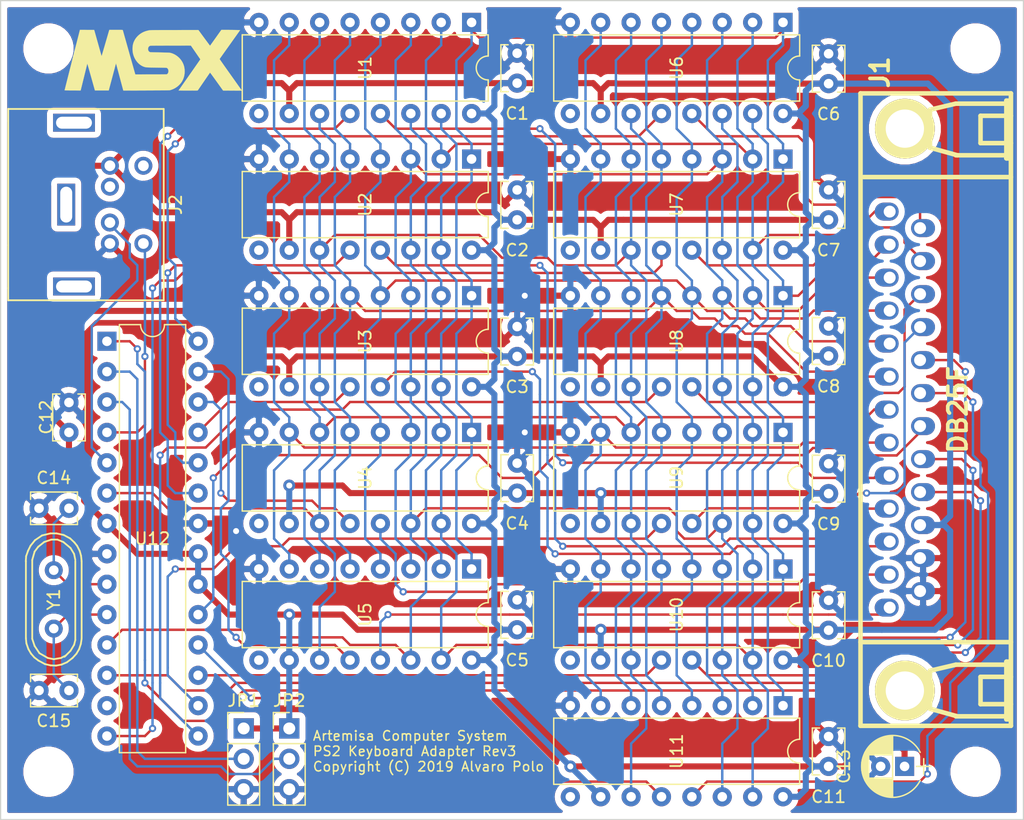
<source format=kicad_pcb>
(kicad_pcb (version 20171130) (host pcbnew "(5.1.0-0)")
  (layers (0 F.Cu signal) (31 B.Cu signal) (34 B.Paste user) (35 F.Paste user) (36 B.SilkS user) (37 F.SilkS user) (38 B.Mask user) (39 F.Mask user) (44 Edge.Cuts user))
  (net 0 "")
  (net 1 GND)
  (net 2 ~)
  (net 3 "Net-(C14-Pad1)")
  (net 4 "Net-(C15-Pad1)")
  (net 5 /~RESET)
  (net 6 /~RSL10)
  (net 7 /~RSL9)
  (net 8 /~RSL8)
  (net 9 /~RSL7)
  (net 10 /~RSL6)
  (net 11 /~RSL5)
  (net 12 /~RSL4)
  (net 13 /~RSL3)
  (net 14 /~RSL2)
  (net 15 /~RSL1)
  (net 16 /KBCOL5)
  (net 17 /KBCOL6)
  (net 18 /KBCOL7)
  (net 19 /~RSL0)
  (net 20 /KBCOL4)
  (net 21 /KBCOL3)
  (net 22 /KBCOL0)
  (net 23 /KBCOL1)
  (net 24 /KBCOL2)
  (net 25 "Net-(J2-Pad6)")
  (net 26 "Net-(J2-Pad5)")
  (net 27 "Net-(J2-Pad1)")
  (net 28 "Net-(J2-Pad2)")
  (net 29 /DS)
  (net 30 /STCP0)
  (net 31 /SHCP)
  (net 32 "Net-(U1-Pad9)")
  (net 33 /STCP1)
  (net 34 "Net-(U2-Pad9)")
  (net 35 /STCP2)
  (net 36 "Net-(U3-Pad9)")
  (net 37 /STCP3)
  (net 38 "Net-(U4-Pad9)")
  (net 39 /STCP4)
  (net 40 "Net-(U5-Pad9)")
  (net 41 /STCP5)
  (net 42 "Net-(U6-Pad9)")
  (net 43 /STCP6)
  (net 44 "Net-(U7-Pad9)")
  (net 45 /STCP7)
  (net 46 "Net-(U8-Pad9)")
  (net 47 /STCP8)
  (net 48 "Net-(U9-Pad9)")
  (net 49 /STCP9)
  (net 50 "Net-(U10-Pad9)")
  (net 51 /STCP10)
  (net 52 "Net-(U11-Pad9)")
  (net 53 "Net-(U12-Pad13)")
  (net 54 /~KANALOCK)
  (net 55 /~CAPSLOCK)
  (net 56 "Net-(JP1-Pad2)")
  (net 57 "Net-(JP2-Pad2)")
  (module artemisa:Jumper (layer F.Cu) (at 119.38 125.73)
    (fp_text reference JP2 (at 0 -2.33) (layer F.SilkS))
    (fp_text value Jumper)
    (pad 3 thru_hole oval (at 0 5.08) (size 1.7 1.7) (drill 1) (layers *.Cu *.Mask) (net 1 GND))
    (pad 2 thru_hole oval (at 0 2.54) (size 1.7 1.7) (drill 1) (layers *.Cu *.Mask) (net 57 "Net-(JP2-Pad2)"))
    (pad 1 thru_hole rect (at 0 0) (size 1.7 1.7) (drill 1) (layers *.Cu *.Mask) (net 2 ~))
  )
  (module artemisa:Jumper (layer F.Cu) (at 115.57 125.73)
    (fp_text reference JP1 (at 0 -2.33) (layer F.SilkS))
    (fp_text value Jumper)
    (pad 3 thru_hole oval (at 0 5.08) (size 1.7 1.7) (drill 1) (layers *.Cu *.Mask) (net 1 GND))
    (pad 2 thru_hole oval (at 0 2.54) (size 1.7 1.7) (drill 1) (layers *.Cu *.Mask) (net 56 "Net-(JP1-Pad2)"))
    (pad 1 thru_hole rect (at 0 0) (size 1.7 1.7) (drill 1) (layers *.Cu *.Mask) (net 2 ~))
  )
  (module artemisa:DB25F (layer F.Cu) (at 177.8 99.06 90)
    (fp_text reference J1 (at 28.21 -9.05 90) (layer F.SilkS) (effects (font (size 1.524 1.524) (thickness 0.3048))))
    (fp_text value DB25F (at 0 -2.54 90) (layer F.SilkS) (effects (font (size 1.524 1.524) (thickness 0.3048))))
    (pad 25 thru_hole oval (at -15.18 -5.69 90) (size 1.5 2) (drill 1 (offset 0 0.25)) (layers *.Cu *.Mask) (net 1 GND))
    (pad 24 thru_hole oval (at -12.42 -5.69 90) (size 1.5 2) (drill 1 (offset 0 0.25)) (layers *.Cu *.Mask) (net 1 GND))
    (pad 23 thru_hole oval (at -9.66 -5.69 90) (size 1.5 2) (drill 1 (offset 0 0.25)) (layers *.Cu *.Mask) (net 2 ~))
    (pad 22 thru_hole oval (at -6.9 -5.69 90) (size 1.5 2) (drill 1 (offset 0 0.25)) (layers *.Cu *.Mask) (net 5 /~RESET))
    (pad 21 thru_hole oval (at -4.14 -5.69 90) (size 1.5 2) (drill 1 (offset 0 0.25)) (layers *.Cu *.Mask) (net 54 /~KANALOCK))
    (pad 20 thru_hole oval (at -1.38 -5.69 90) (size 1.5 2) (drill 1 (offset 0 0.25)) (layers *.Cu *.Mask) (net 55 /~CAPSLOCK))
    (pad 19 thru_hole oval (at 1.38 -5.69 90) (size 1.5 2) (drill 1 (offset 0 0.25)) (layers *.Cu *.Mask) (net 6 /~RSL10))
    (pad 18 thru_hole oval (at 4.14 -5.69 90) (size 1.5 2) (drill 1 (offset 0 0.25)) (layers *.Cu *.Mask) (net 7 /~RSL9))
    (pad 17 thru_hole oval (at 6.9 -5.69 90) (size 1.5 2) (drill 1 (offset 0 0.25)) (layers *.Cu *.Mask) (net 8 /~RSL8))
    (pad 16 thru_hole oval (at 9.66 -5.69 90) (size 1.5 2) (drill 1 (offset 0 0.25)) (layers *.Cu *.Mask) (net 9 /~RSL7))
    (pad 15 thru_hole oval (at 12.42 -5.69 90) (size 1.5 2) (drill 1 (offset 0 0.25)) (layers *.Cu *.Mask) (net 10 /~RSL6))
    (pad 14 thru_hole oval (at 15.18 -5.69 90) (size 1.5 2) (drill 1 (offset 0 0.25)) (layers *.Cu *.Mask) (net 11 /~RSL5))
    (pad 13 thru_hole oval (at -16.56 -8.23 90) (size 1.5 2) (drill 1 (offset 0 -0.25)) (layers *.Cu *.Mask) (net 12 /~RSL4))
    (pad 12 thru_hole oval (at -13.8 -8.23 90) (size 1.5 2) (drill 1 (offset 0 -0.25)) (layers *.Cu *.Mask) (net 13 /~RSL3))
    (pad 11 thru_hole oval (at -11.04 -8.23 90) (size 1.5 2) (drill 1 (offset 0 -0.25)) (layers *.Cu *.Mask) (net 14 /~RSL2))
    (pad 10 thru_hole oval (at -8.28 -8.23 90) (size 1.5 2) (drill 1 (offset 0 -0.25)) (layers *.Cu *.Mask) (net 15 /~RSL1))
    (pad "" thru_hole circle (at -23.5 -6.96 90) (size 5 5) (drill 3.2) (layers *.Cu *.Mask F.SilkS))
    (pad 6 thru_hole oval (at 2.76 -8.23 90) (size 1.5 2) (drill 1 (offset 0 -0.25)) (layers *.Cu *.Mask) (net 16 /KBCOL5))
    (pad 7 thru_hole oval (at 0 -8.23 90) (size 1.5 2) (drill 1 (offset 0 -0.25)) (layers *.Cu *.Mask) (net 17 /KBCOL6))
    (pad 8 thru_hole oval (at -2.76 -8.23 90) (size 1.5 2) (drill 1 (offset 0 -0.25)) (layers *.Cu *.Mask) (net 18 /KBCOL7))
    (pad 9 thru_hole oval (at -5.52 -8.23 90) (size 1.5 2) (drill 1 (offset 0 -0.25)) (layers *.Cu *.Mask) (net 19 /~RSL0))
    (pad 5 thru_hole oval (at 5.52 -8.23 90) (size 1.5 2) (drill 1 (offset 0 -0.25)) (layers *.Cu *.Mask) (net 20 /KBCOL4))
    (pad 4 thru_hole oval (at 8.28 -8.23 90) (size 1.5 2) (drill 1 (offset 0 -0.25)) (layers *.Cu *.Mask) (net 21 /KBCOL3))
    (pad 1 thru_hole oval (at 16.56 -8.23 90) (size 1.5 2) (drill 1 (offset 0 -0.25)) (layers *.Cu *.Mask) (net 22 /KBCOL0))
    (pad 2 thru_hole oval (at 13.8 -8.23 90) (size 1.5 2) (drill 1 (offset 0 -0.25)) (layers *.Cu *.Mask) (net 23 /KBCOL1))
    (pad 3 thru_hole oval (at 11.04 -8.23 90) (size 1.5 2) (drill 1 (offset 0 -0.25)) (layers *.Cu *.Mask) (net 24 /KBCOL2))
    (pad "" thru_hole circle (at 23.5 -6.96 90) (size 5 5) (drill 3.2) (layers *.Cu *.Mask F.SilkS))
  )
  (module artemisa:MSX_logo (layer F.Cu) (at 107.95 69.85)
    (fp_text reference G*** hide)
    (fp_text value LOGO hide)
  )
  (module artemisa:Mounting_hole_M3 (layer F.Cu) (at 176.75 68.85)
    (fp_text reference REF** hide)
    (fp_text value MountingHole_M3 hide)
    (pad 1 np_thru_hole circle (at 0 0) (size 3.2 3.2) (drill 3.2) (layers *.Cu *.Mask))
  )
  (module artemisa:Mounting_hole_M3 (layer F.Cu) (at 176.75 129.35)
    (fp_text reference REF** hide)
    (fp_text value MountingHole_M3 hide)
    (pad 1 np_thru_hole circle (at 0 0) (size 3.2 3.2) (drill 3.2) (layers *.Cu *.Mask))
  )
  (module artemisa:Mounting_hole_M3 (layer F.Cu) (at 99.25 129.35)
    (fp_text reference REF** hide)
    (fp_text value MountingHole_M3 hide)
    (pad 1 np_thru_hole circle (at 0 0) (size 3.2 3.2) (drill 3.2) (layers *.Cu *.Mask))
  )
  (module artemisa:Mounting_hole_M3 (layer F.Cu) (at 99.25 68.85)
    (fp_text reference REF** hide)
    (fp_text value MountingHole_M3 hide)
    (pad 1 np_thru_hole circle (at 0 0) (size 3.2 3.2) (drill 3.2) (layers *.Cu *.Mask))
  )
  (module artemisa:Crystal (layer F.Cu) (at 99.695 114.935 270)
    (fp_text reference Y1 (at 0 0 270) (layer F.SilkS))
    (fp_text value 16Mhz hide)
    (pad 2 thru_hole circle (at 2.44094 0 270) (size 1.50114 1.50114) (drill 0.8001) (layers *.Cu *.Mask) (net 4 "Net-(C15-Pad1)"))
    (pad 1 thru_hole circle (at -2.44094 0 270) (size 1.50114 1.50114) (drill 0.8001) (layers *.Cu *.Mask) (net 3 "Net-(C14-Pad1)"))
  )
  (module artemisa:DIP-28_300 (layer F.Cu) (at 104.14 93.345)
    (fp_text reference U12 (at 3.81 16.51) (layer F.SilkS))
    (fp_text value ATMEGA328P)
    (pad 28 thru_hole oval (at 7.62 0) (size 1.6 1.6) (drill 0.8) (layers *.Cu *.Mask) (net 41 /STCP5))
    (pad 14 thru_hole oval (at 0 33.02) (size 1.6 1.6) (drill 0.8) (layers *.Cu *.Mask) (net 43 /STCP6))
    (pad 27 thru_hole oval (at 7.62 2.54) (size 1.6 1.6) (drill 0.8) (layers *.Cu *.Mask) (net 39 /STCP4))
    (pad 13 thru_hole oval (at 0 30.48) (size 1.6 1.6) (drill 0.8) (layers *.Cu *.Mask) (net 53 "Net-(U12-Pad13)"))
    (pad 26 thru_hole oval (at 7.62 5.08) (size 1.6 1.6) (drill 0.8) (layers *.Cu *.Mask) (net 37 /STCP3))
    (pad 12 thru_hole oval (at 0 27.94) (size 1.6 1.6) (drill 0.8) (layers *.Cu *.Mask) (net 54 /~KANALOCK))
    (pad 25 thru_hole oval (at 7.62 7.62) (size 1.6 1.6) (drill 0.8) (layers *.Cu *.Mask) (net 35 /STCP2))
    (pad 11 thru_hole oval (at 0 25.4) (size 1.6 1.6) (drill 0.8) (layers *.Cu *.Mask) (net 29 /DS))
    (pad 24 thru_hole oval (at 7.62 10.16) (size 1.6 1.6) (drill 0.8) (layers *.Cu *.Mask) (net 33 /STCP1))
    (pad 10 thru_hole oval (at 0 22.86) (size 1.6 1.6) (drill 0.8) (layers *.Cu *.Mask) (net 4 "Net-(C15-Pad1)"))
    (pad 23 thru_hole oval (at 7.62 12.7) (size 1.6 1.6) (drill 0.8) (layers *.Cu *.Mask) (net 30 /STCP0))
    (pad 9 thru_hole oval (at 0 20.32) (size 1.6 1.6) (drill 0.8) (layers *.Cu *.Mask) (net 3 "Net-(C14-Pad1)"))
    (pad 22 thru_hole oval (at 7.62 15.24) (size 1.6 1.6) (drill 0.8) (layers *.Cu *.Mask) (net 1 GND))
    (pad 8 thru_hole oval (at 0 17.78) (size 1.6 1.6) (drill 0.8) (layers *.Cu *.Mask) (net 1 GND))
    (pad 21 thru_hole oval (at 7.62 17.78) (size 1.6 1.6) (drill 0.8) (layers *.Cu *.Mask) (net 2 ~))
    (pad 7 thru_hole oval (at 0 15.24) (size 1.6 1.6) (drill 0.8) (layers *.Cu *.Mask) (net 2 ~))
    (pad 20 thru_hole oval (at 7.62 20.32) (size 1.6 1.6) (drill 0.8) (layers *.Cu *.Mask) (net 2 ~))
    (pad 6 thru_hole oval (at 0 12.7) (size 1.6 1.6) (drill 0.8) (layers *.Cu *.Mask) (net 31 /SHCP))
    (pad 19 thru_hole oval (at 7.62 22.86) (size 1.6 1.6) (drill 0.8) (layers *.Cu *.Mask) (net 55 /~CAPSLOCK))
    (pad 5 thru_hole oval (at 0 10.16) (size 1.6 1.6) (drill 0.8) (layers *.Cu *.Mask) (net 27 "Net-(J2-Pad1)"))
    (pad 18 thru_hole oval (at 7.62 25.4) (size 1.6 1.6) (drill 0.8) (layers *.Cu *.Mask) (net 51 /STCP10))
    (pad 4 thru_hole oval (at 0 7.62) (size 1.6 1.6) (drill 0.8) (layers *.Cu *.Mask) (net 26 "Net-(J2-Pad5)"))
    (pad 17 thru_hole oval (at 7.62 27.94) (size 1.6 1.6) (drill 0.8) (layers *.Cu *.Mask) (net 49 /STCP9))
    (pad 3 thru_hole oval (at 0 5.08) (size 1.6 1.6) (drill 0.8) (layers *.Cu *.Mask) (net 57 "Net-(JP2-Pad2)"))
    (pad 16 thru_hole oval (at 7.62 30.48) (size 1.6 1.6) (drill 0.8) (layers *.Cu *.Mask) (net 47 /STCP8))
    (pad 2 thru_hole oval (at 0 2.54) (size 1.6 1.6) (drill 0.8) (layers *.Cu *.Mask) (net 56 "Net-(JP1-Pad2)"))
    (pad 15 thru_hole oval (at 7.62 33.02) (size 1.6 1.6) (drill 0.8) (layers *.Cu *.Mask) (net 45 /STCP7))
    (pad 1 thru_hole rect (at 0 0) (size 1.6 1.6) (drill 0.8) (layers *.Cu *.Mask) (net 5 /~RESET))
  )
  (module artemisa:DIP-16_300 (layer F.Cu) (at 160.655 123.825 270)
    (fp_text reference U11 (at 3.81 8.89 270) (layer F.SilkS))
    (fp_text value 74HC595)
    (pad 16 thru_hole oval (at 7.62 0 270) (size 1.6 1.6) (drill 0.8) (layers *.Cu *.Mask) (net 2 ~))
    (pad 8 thru_hole oval (at 0 17.78 270) (size 1.6 1.6) (drill 0.8) (layers *.Cu *.Mask) (net 1 GND))
    (pad 15 thru_hole oval (at 7.62 2.54 270) (size 1.6 1.6) (drill 0.8) (layers *.Cu *.Mask) (net 22 /KBCOL0))
    (pad 7 thru_hole oval (at 0 15.24 270) (size 1.6 1.6) (drill 0.8) (layers *.Cu *.Mask) (net 18 /KBCOL7))
    (pad 14 thru_hole oval (at 7.62 5.08 270) (size 1.6 1.6) (drill 0.8) (layers *.Cu *.Mask) (net 29 /DS))
    (pad 6 thru_hole oval (at 0 12.7 270) (size 1.6 1.6) (drill 0.8) (layers *.Cu *.Mask) (net 17 /KBCOL6))
    (pad 13 thru_hole oval (at 7.62 7.62 270) (size 1.6 1.6) (drill 0.8) (layers *.Cu *.Mask) (net 6 /~RSL10))
    (pad 5 thru_hole oval (at 0 10.16 270) (size 1.6 1.6) (drill 0.8) (layers *.Cu *.Mask) (net 16 /KBCOL5))
    (pad 12 thru_hole oval (at 7.62 10.16 270) (size 1.6 1.6) (drill 0.8) (layers *.Cu *.Mask) (net 51 /STCP10))
    (pad 4 thru_hole oval (at 0 7.62 270) (size 1.6 1.6) (drill 0.8) (layers *.Cu *.Mask) (net 20 /KBCOL4))
    (pad 11 thru_hole oval (at 7.62 12.7 270) (size 1.6 1.6) (drill 0.8) (layers *.Cu *.Mask) (net 31 /SHCP))
    (pad 3 thru_hole oval (at 0 5.08 270) (size 1.6 1.6) (drill 0.8) (layers *.Cu *.Mask) (net 21 /KBCOL3))
    (pad 10 thru_hole oval (at 7.62 15.24 270) (size 1.6 1.6) (drill 0.8) (layers *.Cu *.Mask) (net 2 ~))
    (pad 2 thru_hole oval (at 0 2.54 270) (size 1.6 1.6) (drill 0.8) (layers *.Cu *.Mask) (net 24 /KBCOL2))
    (pad 9 thru_hole oval (at 7.62 17.78 270) (size 1.6 1.6) (drill 0.8) (layers *.Cu *.Mask) (net 52 "Net-(U11-Pad9)"))
    (pad 1 thru_hole rect (at 0 0 270) (size 1.6 1.6) (drill 0.8) (layers *.Cu *.Mask) (net 23 /KBCOL1))
  )
  (module artemisa:DIP-16_300 (layer F.Cu) (at 160.655 112.395 270)
    (fp_text reference U10 (at 3.81 8.89 270) (layer F.SilkS))
    (fp_text value 74HC595)
    (pad 16 thru_hole oval (at 7.62 0 270) (size 1.6 1.6) (drill 0.8) (layers *.Cu *.Mask) (net 2 ~))
    (pad 8 thru_hole oval (at 0 17.78 270) (size 1.6 1.6) (drill 0.8) (layers *.Cu *.Mask) (net 1 GND))
    (pad 15 thru_hole oval (at 7.62 2.54 270) (size 1.6 1.6) (drill 0.8) (layers *.Cu *.Mask) (net 22 /KBCOL0))
    (pad 7 thru_hole oval (at 0 15.24 270) (size 1.6 1.6) (drill 0.8) (layers *.Cu *.Mask) (net 18 /KBCOL7))
    (pad 14 thru_hole oval (at 7.62 5.08 270) (size 1.6 1.6) (drill 0.8) (layers *.Cu *.Mask) (net 29 /DS))
    (pad 6 thru_hole oval (at 0 12.7 270) (size 1.6 1.6) (drill 0.8) (layers *.Cu *.Mask) (net 17 /KBCOL6))
    (pad 13 thru_hole oval (at 7.62 7.62 270) (size 1.6 1.6) (drill 0.8) (layers *.Cu *.Mask) (net 7 /~RSL9))
    (pad 5 thru_hole oval (at 0 10.16 270) (size 1.6 1.6) (drill 0.8) (layers *.Cu *.Mask) (net 16 /KBCOL5))
    (pad 12 thru_hole oval (at 7.62 10.16 270) (size 1.6 1.6) (drill 0.8) (layers *.Cu *.Mask) (net 49 /STCP9))
    (pad 4 thru_hole oval (at 0 7.62 270) (size 1.6 1.6) (drill 0.8) (layers *.Cu *.Mask) (net 20 /KBCOL4))
    (pad 11 thru_hole oval (at 7.62 12.7 270) (size 1.6 1.6) (drill 0.8) (layers *.Cu *.Mask) (net 31 /SHCP))
    (pad 3 thru_hole oval (at 0 5.08 270) (size 1.6 1.6) (drill 0.8) (layers *.Cu *.Mask) (net 21 /KBCOL3))
    (pad 10 thru_hole oval (at 7.62 15.24 270) (size 1.6 1.6) (drill 0.8) (layers *.Cu *.Mask) (net 2 ~))
    (pad 2 thru_hole oval (at 0 2.54 270) (size 1.6 1.6) (drill 0.8) (layers *.Cu *.Mask) (net 24 /KBCOL2))
    (pad 9 thru_hole oval (at 7.62 17.78 270) (size 1.6 1.6) (drill 0.8) (layers *.Cu *.Mask) (net 50 "Net-(U10-Pad9)"))
    (pad 1 thru_hole rect (at 0 0 270) (size 1.6 1.6) (drill 0.8) (layers *.Cu *.Mask) (net 23 /KBCOL1))
  )
  (module artemisa:DIP-16_300 (layer F.Cu) (at 160.655 100.965 270)
    (fp_text reference U9 (at 3.81 8.89 270) (layer F.SilkS))
    (fp_text value 74HC595)
    (pad 16 thru_hole oval (at 7.62 0 270) (size 1.6 1.6) (drill 0.8) (layers *.Cu *.Mask) (net 2 ~))
    (pad 8 thru_hole oval (at 0 17.78 270) (size 1.6 1.6) (drill 0.8) (layers *.Cu *.Mask) (net 1 GND))
    (pad 15 thru_hole oval (at 7.62 2.54 270) (size 1.6 1.6) (drill 0.8) (layers *.Cu *.Mask) (net 22 /KBCOL0))
    (pad 7 thru_hole oval (at 0 15.24 270) (size 1.6 1.6) (drill 0.8) (layers *.Cu *.Mask) (net 18 /KBCOL7))
    (pad 14 thru_hole oval (at 7.62 5.08 270) (size 1.6 1.6) (drill 0.8) (layers *.Cu *.Mask) (net 29 /DS))
    (pad 6 thru_hole oval (at 0 12.7 270) (size 1.6 1.6) (drill 0.8) (layers *.Cu *.Mask) (net 17 /KBCOL6))
    (pad 13 thru_hole oval (at 7.62 7.62 270) (size 1.6 1.6) (drill 0.8) (layers *.Cu *.Mask) (net 8 /~RSL8))
    (pad 5 thru_hole oval (at 0 10.16 270) (size 1.6 1.6) (drill 0.8) (layers *.Cu *.Mask) (net 16 /KBCOL5))
    (pad 12 thru_hole oval (at 7.62 10.16 270) (size 1.6 1.6) (drill 0.8) (layers *.Cu *.Mask) (net 47 /STCP8))
    (pad 4 thru_hole oval (at 0 7.62 270) (size 1.6 1.6) (drill 0.8) (layers *.Cu *.Mask) (net 20 /KBCOL4))
    (pad 11 thru_hole oval (at 7.62 12.7 270) (size 1.6 1.6) (drill 0.8) (layers *.Cu *.Mask) (net 31 /SHCP))
    (pad 3 thru_hole oval (at 0 5.08 270) (size 1.6 1.6) (drill 0.8) (layers *.Cu *.Mask) (net 21 /KBCOL3))
    (pad 10 thru_hole oval (at 7.62 15.24 270) (size 1.6 1.6) (drill 0.8) (layers *.Cu *.Mask) (net 2 ~))
    (pad 2 thru_hole oval (at 0 2.54 270) (size 1.6 1.6) (drill 0.8) (layers *.Cu *.Mask) (net 24 /KBCOL2))
    (pad 9 thru_hole oval (at 7.62 17.78 270) (size 1.6 1.6) (drill 0.8) (layers *.Cu *.Mask) (net 48 "Net-(U9-Pad9)"))
    (pad 1 thru_hole rect (at 0 0 270) (size 1.6 1.6) (drill 0.8) (layers *.Cu *.Mask) (net 23 /KBCOL1))
  )
  (module artemisa:DIP-16_300 (layer F.Cu) (at 160.655 89.535 270)
    (fp_text reference U8 (at 3.81 8.89 270) (layer F.SilkS))
    (fp_text value 74HC595)
    (pad 16 thru_hole oval (at 7.62 0 270) (size 1.6 1.6) (drill 0.8) (layers *.Cu *.Mask) (net 2 ~))
    (pad 8 thru_hole oval (at 0 17.78 270) (size 1.6 1.6) (drill 0.8) (layers *.Cu *.Mask) (net 1 GND))
    (pad 15 thru_hole oval (at 7.62 2.54 270) (size 1.6 1.6) (drill 0.8) (layers *.Cu *.Mask) (net 22 /KBCOL0))
    (pad 7 thru_hole oval (at 0 15.24 270) (size 1.6 1.6) (drill 0.8) (layers *.Cu *.Mask) (net 18 /KBCOL7))
    (pad 14 thru_hole oval (at 7.62 5.08 270) (size 1.6 1.6) (drill 0.8) (layers *.Cu *.Mask) (net 29 /DS))
    (pad 6 thru_hole oval (at 0 12.7 270) (size 1.6 1.6) (drill 0.8) (layers *.Cu *.Mask) (net 17 /KBCOL6))
    (pad 13 thru_hole oval (at 7.62 7.62 270) (size 1.6 1.6) (drill 0.8) (layers *.Cu *.Mask) (net 9 /~RSL7))
    (pad 5 thru_hole oval (at 0 10.16 270) (size 1.6 1.6) (drill 0.8) (layers *.Cu *.Mask) (net 16 /KBCOL5))
    (pad 12 thru_hole oval (at 7.62 10.16 270) (size 1.6 1.6) (drill 0.8) (layers *.Cu *.Mask) (net 45 /STCP7))
    (pad 4 thru_hole oval (at 0 7.62 270) (size 1.6 1.6) (drill 0.8) (layers *.Cu *.Mask) (net 20 /KBCOL4))
    (pad 11 thru_hole oval (at 7.62 12.7 270) (size 1.6 1.6) (drill 0.8) (layers *.Cu *.Mask) (net 31 /SHCP))
    (pad 3 thru_hole oval (at 0 5.08 270) (size 1.6 1.6) (drill 0.8) (layers *.Cu *.Mask) (net 21 /KBCOL3))
    (pad 10 thru_hole oval (at 7.62 15.24 270) (size 1.6 1.6) (drill 0.8) (layers *.Cu *.Mask) (net 2 ~))
    (pad 2 thru_hole oval (at 0 2.54 270) (size 1.6 1.6) (drill 0.8) (layers *.Cu *.Mask) (net 24 /KBCOL2))
    (pad 9 thru_hole oval (at 7.62 17.78 270) (size 1.6 1.6) (drill 0.8) (layers *.Cu *.Mask) (net 46 "Net-(U8-Pad9)"))
    (pad 1 thru_hole rect (at 0 0 270) (size 1.6 1.6) (drill 0.8) (layers *.Cu *.Mask) (net 23 /KBCOL1))
  )
  (module artemisa:DIP-16_300 (layer F.Cu) (at 160.655 78.105 270)
    (fp_text reference U7 (at 3.81 8.89 270) (layer F.SilkS))
    (fp_text value 74HC595)
    (pad 16 thru_hole oval (at 7.62 0 270) (size 1.6 1.6) (drill 0.8) (layers *.Cu *.Mask) (net 2 ~))
    (pad 8 thru_hole oval (at 0 17.78 270) (size 1.6 1.6) (drill 0.8) (layers *.Cu *.Mask) (net 1 GND))
    (pad 15 thru_hole oval (at 7.62 2.54 270) (size 1.6 1.6) (drill 0.8) (layers *.Cu *.Mask) (net 22 /KBCOL0))
    (pad 7 thru_hole oval (at 0 15.24 270) (size 1.6 1.6) (drill 0.8) (layers *.Cu *.Mask) (net 18 /KBCOL7))
    (pad 14 thru_hole oval (at 7.62 5.08 270) (size 1.6 1.6) (drill 0.8) (layers *.Cu *.Mask) (net 29 /DS))
    (pad 6 thru_hole oval (at 0 12.7 270) (size 1.6 1.6) (drill 0.8) (layers *.Cu *.Mask) (net 17 /KBCOL6))
    (pad 13 thru_hole oval (at 7.62 7.62 270) (size 1.6 1.6) (drill 0.8) (layers *.Cu *.Mask) (net 10 /~RSL6))
    (pad 5 thru_hole oval (at 0 10.16 270) (size 1.6 1.6) (drill 0.8) (layers *.Cu *.Mask) (net 16 /KBCOL5))
    (pad 12 thru_hole oval (at 7.62 10.16 270) (size 1.6 1.6) (drill 0.8) (layers *.Cu *.Mask) (net 43 /STCP6))
    (pad 4 thru_hole oval (at 0 7.62 270) (size 1.6 1.6) (drill 0.8) (layers *.Cu *.Mask) (net 20 /KBCOL4))
    (pad 11 thru_hole oval (at 7.62 12.7 270) (size 1.6 1.6) (drill 0.8) (layers *.Cu *.Mask) (net 31 /SHCP))
    (pad 3 thru_hole oval (at 0 5.08 270) (size 1.6 1.6) (drill 0.8) (layers *.Cu *.Mask) (net 21 /KBCOL3))
    (pad 10 thru_hole oval (at 7.62 15.24 270) (size 1.6 1.6) (drill 0.8) (layers *.Cu *.Mask) (net 2 ~))
    (pad 2 thru_hole oval (at 0 2.54 270) (size 1.6 1.6) (drill 0.8) (layers *.Cu *.Mask) (net 24 /KBCOL2))
    (pad 9 thru_hole oval (at 7.62 17.78 270) (size 1.6 1.6) (drill 0.8) (layers *.Cu *.Mask) (net 44 "Net-(U7-Pad9)"))
    (pad 1 thru_hole rect (at 0 0 270) (size 1.6 1.6) (drill 0.8) (layers *.Cu *.Mask) (net 23 /KBCOL1))
  )
  (module artemisa:DIP-16_300 (layer F.Cu) (at 160.655 66.675 270)
    (fp_text reference U6 (at 3.81 8.89 270) (layer F.SilkS))
    (fp_text value 74HC595)
    (pad 16 thru_hole oval (at 7.62 0 270) (size 1.6 1.6) (drill 0.8) (layers *.Cu *.Mask) (net 2 ~))
    (pad 8 thru_hole oval (at 0 17.78 270) (size 1.6 1.6) (drill 0.8) (layers *.Cu *.Mask) (net 1 GND))
    (pad 15 thru_hole oval (at 7.62 2.54 270) (size 1.6 1.6) (drill 0.8) (layers *.Cu *.Mask) (net 22 /KBCOL0))
    (pad 7 thru_hole oval (at 0 15.24 270) (size 1.6 1.6) (drill 0.8) (layers *.Cu *.Mask) (net 18 /KBCOL7))
    (pad 14 thru_hole oval (at 7.62 5.08 270) (size 1.6 1.6) (drill 0.8) (layers *.Cu *.Mask) (net 29 /DS))
    (pad 6 thru_hole oval (at 0 12.7 270) (size 1.6 1.6) (drill 0.8) (layers *.Cu *.Mask) (net 17 /KBCOL6))
    (pad 13 thru_hole oval (at 7.62 7.62 270) (size 1.6 1.6) (drill 0.8) (layers *.Cu *.Mask) (net 11 /~RSL5))
    (pad 5 thru_hole oval (at 0 10.16 270) (size 1.6 1.6) (drill 0.8) (layers *.Cu *.Mask) (net 16 /KBCOL5))
    (pad 12 thru_hole oval (at 7.62 10.16 270) (size 1.6 1.6) (drill 0.8) (layers *.Cu *.Mask) (net 41 /STCP5))
    (pad 4 thru_hole oval (at 0 7.62 270) (size 1.6 1.6) (drill 0.8) (layers *.Cu *.Mask) (net 20 /KBCOL4))
    (pad 11 thru_hole oval (at 7.62 12.7 270) (size 1.6 1.6) (drill 0.8) (layers *.Cu *.Mask) (net 31 /SHCP))
    (pad 3 thru_hole oval (at 0 5.08 270) (size 1.6 1.6) (drill 0.8) (layers *.Cu *.Mask) (net 21 /KBCOL3))
    (pad 10 thru_hole oval (at 7.62 15.24 270) (size 1.6 1.6) (drill 0.8) (layers *.Cu *.Mask) (net 2 ~))
    (pad 2 thru_hole oval (at 0 2.54 270) (size 1.6 1.6) (drill 0.8) (layers *.Cu *.Mask) (net 24 /KBCOL2))
    (pad 9 thru_hole oval (at 7.62 17.78 270) (size 1.6 1.6) (drill 0.8) (layers *.Cu *.Mask) (net 42 "Net-(U6-Pad9)"))
    (pad 1 thru_hole rect (at 0 0 270) (size 1.6 1.6) (drill 0.8) (layers *.Cu *.Mask) (net 23 /KBCOL1))
  )
  (module artemisa:DIP-16_300 (layer F.Cu) (at 134.62 112.395 270)
    (fp_text reference U5 (at 3.81 8.89 270) (layer F.SilkS))
    (fp_text value 74HC595)
    (pad 16 thru_hole oval (at 7.62 0 270) (size 1.6 1.6) (drill 0.8) (layers *.Cu *.Mask) (net 2 ~))
    (pad 8 thru_hole oval (at 0 17.78 270) (size 1.6 1.6) (drill 0.8) (layers *.Cu *.Mask) (net 1 GND))
    (pad 15 thru_hole oval (at 7.62 2.54 270) (size 1.6 1.6) (drill 0.8) (layers *.Cu *.Mask) (net 22 /KBCOL0))
    (pad 7 thru_hole oval (at 0 15.24 270) (size 1.6 1.6) (drill 0.8) (layers *.Cu *.Mask) (net 18 /KBCOL7))
    (pad 14 thru_hole oval (at 7.62 5.08 270) (size 1.6 1.6) (drill 0.8) (layers *.Cu *.Mask) (net 29 /DS))
    (pad 6 thru_hole oval (at 0 12.7 270) (size 1.6 1.6) (drill 0.8) (layers *.Cu *.Mask) (net 17 /KBCOL6))
    (pad 13 thru_hole oval (at 7.62 7.62 270) (size 1.6 1.6) (drill 0.8) (layers *.Cu *.Mask) (net 12 /~RSL4))
    (pad 5 thru_hole oval (at 0 10.16 270) (size 1.6 1.6) (drill 0.8) (layers *.Cu *.Mask) (net 16 /KBCOL5))
    (pad 12 thru_hole oval (at 7.62 10.16 270) (size 1.6 1.6) (drill 0.8) (layers *.Cu *.Mask) (net 39 /STCP4))
    (pad 4 thru_hole oval (at 0 7.62 270) (size 1.6 1.6) (drill 0.8) (layers *.Cu *.Mask) (net 20 /KBCOL4))
    (pad 11 thru_hole oval (at 7.62 12.7 270) (size 1.6 1.6) (drill 0.8) (layers *.Cu *.Mask) (net 31 /SHCP))
    (pad 3 thru_hole oval (at 0 5.08 270) (size 1.6 1.6) (drill 0.8) (layers *.Cu *.Mask) (net 21 /KBCOL3))
    (pad 10 thru_hole oval (at 7.62 15.24 270) (size 1.6 1.6) (drill 0.8) (layers *.Cu *.Mask) (net 2 ~))
    (pad 2 thru_hole oval (at 0 2.54 270) (size 1.6 1.6) (drill 0.8) (layers *.Cu *.Mask) (net 24 /KBCOL2))
    (pad 9 thru_hole oval (at 7.62 17.78 270) (size 1.6 1.6) (drill 0.8) (layers *.Cu *.Mask) (net 40 "Net-(U5-Pad9)"))
    (pad 1 thru_hole rect (at 0 0 270) (size 1.6 1.6) (drill 0.8) (layers *.Cu *.Mask) (net 23 /KBCOL1))
  )
  (module artemisa:DIP-16_300 (layer F.Cu) (at 134.62 100.965 270)
    (fp_text reference U4 (at 3.81 8.89 270) (layer F.SilkS))
    (fp_text value 74HC595)
    (pad 16 thru_hole oval (at 7.62 0 270) (size 1.6 1.6) (drill 0.8) (layers *.Cu *.Mask) (net 2 ~))
    (pad 8 thru_hole oval (at 0 17.78 270) (size 1.6 1.6) (drill 0.8) (layers *.Cu *.Mask) (net 1 GND))
    (pad 15 thru_hole oval (at 7.62 2.54 270) (size 1.6 1.6) (drill 0.8) (layers *.Cu *.Mask) (net 22 /KBCOL0))
    (pad 7 thru_hole oval (at 0 15.24 270) (size 1.6 1.6) (drill 0.8) (layers *.Cu *.Mask) (net 18 /KBCOL7))
    (pad 14 thru_hole oval (at 7.62 5.08 270) (size 1.6 1.6) (drill 0.8) (layers *.Cu *.Mask) (net 29 /DS))
    (pad 6 thru_hole oval (at 0 12.7 270) (size 1.6 1.6) (drill 0.8) (layers *.Cu *.Mask) (net 17 /KBCOL6))
    (pad 13 thru_hole oval (at 7.62 7.62 270) (size 1.6 1.6) (drill 0.8) (layers *.Cu *.Mask) (net 13 /~RSL3))
    (pad 5 thru_hole oval (at 0 10.16 270) (size 1.6 1.6) (drill 0.8) (layers *.Cu *.Mask) (net 16 /KBCOL5))
    (pad 12 thru_hole oval (at 7.62 10.16 270) (size 1.6 1.6) (drill 0.8) (layers *.Cu *.Mask) (net 37 /STCP3))
    (pad 4 thru_hole oval (at 0 7.62 270) (size 1.6 1.6) (drill 0.8) (layers *.Cu *.Mask) (net 20 /KBCOL4))
    (pad 11 thru_hole oval (at 7.62 12.7 270) (size 1.6 1.6) (drill 0.8) (layers *.Cu *.Mask) (net 31 /SHCP))
    (pad 3 thru_hole oval (at 0 5.08 270) (size 1.6 1.6) (drill 0.8) (layers *.Cu *.Mask) (net 21 /KBCOL3))
    (pad 10 thru_hole oval (at 7.62 15.24 270) (size 1.6 1.6) (drill 0.8) (layers *.Cu *.Mask) (net 2 ~))
    (pad 2 thru_hole oval (at 0 2.54 270) (size 1.6 1.6) (drill 0.8) (layers *.Cu *.Mask) (net 24 /KBCOL2))
    (pad 9 thru_hole oval (at 7.62 17.78 270) (size 1.6 1.6) (drill 0.8) (layers *.Cu *.Mask) (net 38 "Net-(U4-Pad9)"))
    (pad 1 thru_hole rect (at 0 0 270) (size 1.6 1.6) (drill 0.8) (layers *.Cu *.Mask) (net 23 /KBCOL1))
  )
  (module artemisa:DIP-16_300 (layer F.Cu) (at 134.62 89.535 270)
    (fp_text reference U3 (at 3.81 8.89 270) (layer F.SilkS))
    (fp_text value 74HC595)
    (pad 16 thru_hole oval (at 7.62 0 270) (size 1.6 1.6) (drill 0.8) (layers *.Cu *.Mask) (net 2 ~))
    (pad 8 thru_hole oval (at 0 17.78 270) (size 1.6 1.6) (drill 0.8) (layers *.Cu *.Mask) (net 1 GND))
    (pad 15 thru_hole oval (at 7.62 2.54 270) (size 1.6 1.6) (drill 0.8) (layers *.Cu *.Mask) (net 22 /KBCOL0))
    (pad 7 thru_hole oval (at 0 15.24 270) (size 1.6 1.6) (drill 0.8) (layers *.Cu *.Mask) (net 18 /KBCOL7))
    (pad 14 thru_hole oval (at 7.62 5.08 270) (size 1.6 1.6) (drill 0.8) (layers *.Cu *.Mask) (net 29 /DS))
    (pad 6 thru_hole oval (at 0 12.7 270) (size 1.6 1.6) (drill 0.8) (layers *.Cu *.Mask) (net 17 /KBCOL6))
    (pad 13 thru_hole oval (at 7.62 7.62 270) (size 1.6 1.6) (drill 0.8) (layers *.Cu *.Mask) (net 14 /~RSL2))
    (pad 5 thru_hole oval (at 0 10.16 270) (size 1.6 1.6) (drill 0.8) (layers *.Cu *.Mask) (net 16 /KBCOL5))
    (pad 12 thru_hole oval (at 7.62 10.16 270) (size 1.6 1.6) (drill 0.8) (layers *.Cu *.Mask) (net 35 /STCP2))
    (pad 4 thru_hole oval (at 0 7.62 270) (size 1.6 1.6) (drill 0.8) (layers *.Cu *.Mask) (net 20 /KBCOL4))
    (pad 11 thru_hole oval (at 7.62 12.7 270) (size 1.6 1.6) (drill 0.8) (layers *.Cu *.Mask) (net 31 /SHCP))
    (pad 3 thru_hole oval (at 0 5.08 270) (size 1.6 1.6) (drill 0.8) (layers *.Cu *.Mask) (net 21 /KBCOL3))
    (pad 10 thru_hole oval (at 7.62 15.24 270) (size 1.6 1.6) (drill 0.8) (layers *.Cu *.Mask) (net 2 ~))
    (pad 2 thru_hole oval (at 0 2.54 270) (size 1.6 1.6) (drill 0.8) (layers *.Cu *.Mask) (net 24 /KBCOL2))
    (pad 9 thru_hole oval (at 7.62 17.78 270) (size 1.6 1.6) (drill 0.8) (layers *.Cu *.Mask) (net 36 "Net-(U3-Pad9)"))
    (pad 1 thru_hole rect (at 0 0 270) (size 1.6 1.6) (drill 0.8) (layers *.Cu *.Mask) (net 23 /KBCOL1))
  )
  (module artemisa:DIP-16_300 (layer F.Cu) (at 134.62 78.105 270)
    (fp_text reference U2 (at 3.81 8.89 270) (layer F.SilkS))
    (fp_text value 74HC595)
    (pad 16 thru_hole oval (at 7.62 0 270) (size 1.6 1.6) (drill 0.8) (layers *.Cu *.Mask) (net 2 ~))
    (pad 8 thru_hole oval (at 0 17.78 270) (size 1.6 1.6) (drill 0.8) (layers *.Cu *.Mask) (net 1 GND))
    (pad 15 thru_hole oval (at 7.62 2.54 270) (size 1.6 1.6) (drill 0.8) (layers *.Cu *.Mask) (net 22 /KBCOL0))
    (pad 7 thru_hole oval (at 0 15.24 270) (size 1.6 1.6) (drill 0.8) (layers *.Cu *.Mask) (net 18 /KBCOL7))
    (pad 14 thru_hole oval (at 7.62 5.08 270) (size 1.6 1.6) (drill 0.8) (layers *.Cu *.Mask) (net 29 /DS))
    (pad 6 thru_hole oval (at 0 12.7 270) (size 1.6 1.6) (drill 0.8) (layers *.Cu *.Mask) (net 17 /KBCOL6))
    (pad 13 thru_hole oval (at 7.62 7.62 270) (size 1.6 1.6) (drill 0.8) (layers *.Cu *.Mask) (net 15 /~RSL1))
    (pad 5 thru_hole oval (at 0 10.16 270) (size 1.6 1.6) (drill 0.8) (layers *.Cu *.Mask) (net 16 /KBCOL5))
    (pad 12 thru_hole oval (at 7.62 10.16 270) (size 1.6 1.6) (drill 0.8) (layers *.Cu *.Mask) (net 33 /STCP1))
    (pad 4 thru_hole oval (at 0 7.62 270) (size 1.6 1.6) (drill 0.8) (layers *.Cu *.Mask) (net 20 /KBCOL4))
    (pad 11 thru_hole oval (at 7.62 12.7 270) (size 1.6 1.6) (drill 0.8) (layers *.Cu *.Mask) (net 31 /SHCP))
    (pad 3 thru_hole oval (at 0 5.08 270) (size 1.6 1.6) (drill 0.8) (layers *.Cu *.Mask) (net 21 /KBCOL3))
    (pad 10 thru_hole oval (at 7.62 15.24 270) (size 1.6 1.6) (drill 0.8) (layers *.Cu *.Mask) (net 2 ~))
    (pad 2 thru_hole oval (at 0 2.54 270) (size 1.6 1.6) (drill 0.8) (layers *.Cu *.Mask) (net 24 /KBCOL2))
    (pad 9 thru_hole oval (at 7.62 17.78 270) (size 1.6 1.6) (drill 0.8) (layers *.Cu *.Mask) (net 34 "Net-(U2-Pad9)"))
    (pad 1 thru_hole rect (at 0 0 270) (size 1.6 1.6) (drill 0.8) (layers *.Cu *.Mask) (net 23 /KBCOL1))
  )
  (module artemisa:DIP-16_300 (layer F.Cu) (at 134.62 66.675 270)
    (fp_text reference U1 (at 3.81 8.89 270) (layer F.SilkS))
    (fp_text value 74HC595)
    (pad 16 thru_hole oval (at 7.62 0 270) (size 1.6 1.6) (drill 0.8) (layers *.Cu *.Mask) (net 2 ~))
    (pad 8 thru_hole oval (at 0 17.78 270) (size 1.6 1.6) (drill 0.8) (layers *.Cu *.Mask) (net 1 GND))
    (pad 15 thru_hole oval (at 7.62 2.54 270) (size 1.6 1.6) (drill 0.8) (layers *.Cu *.Mask) (net 22 /KBCOL0))
    (pad 7 thru_hole oval (at 0 15.24 270) (size 1.6 1.6) (drill 0.8) (layers *.Cu *.Mask) (net 18 /KBCOL7))
    (pad 14 thru_hole oval (at 7.62 5.08 270) (size 1.6 1.6) (drill 0.8) (layers *.Cu *.Mask) (net 29 /DS))
    (pad 6 thru_hole oval (at 0 12.7 270) (size 1.6 1.6) (drill 0.8) (layers *.Cu *.Mask) (net 17 /KBCOL6))
    (pad 13 thru_hole oval (at 7.62 7.62 270) (size 1.6 1.6) (drill 0.8) (layers *.Cu *.Mask) (net 19 /~RSL0))
    (pad 5 thru_hole oval (at 0 10.16 270) (size 1.6 1.6) (drill 0.8) (layers *.Cu *.Mask) (net 16 /KBCOL5))
    (pad 12 thru_hole oval (at 7.62 10.16 270) (size 1.6 1.6) (drill 0.8) (layers *.Cu *.Mask) (net 30 /STCP0))
    (pad 4 thru_hole oval (at 0 7.62 270) (size 1.6 1.6) (drill 0.8) (layers *.Cu *.Mask) (net 20 /KBCOL4))
    (pad 11 thru_hole oval (at 7.62 12.7 270) (size 1.6 1.6) (drill 0.8) (layers *.Cu *.Mask) (net 31 /SHCP))
    (pad 3 thru_hole oval (at 0 5.08 270) (size 1.6 1.6) (drill 0.8) (layers *.Cu *.Mask) (net 21 /KBCOL3))
    (pad 10 thru_hole oval (at 7.62 15.24 270) (size 1.6 1.6) (drill 0.8) (layers *.Cu *.Mask) (net 2 ~))
    (pad 2 thru_hole oval (at 0 2.54 270) (size 1.6 1.6) (drill 0.8) (layers *.Cu *.Mask) (net 24 /KBCOL2))
    (pad 9 thru_hole oval (at 7.62 17.78 270) (size 1.6 1.6) (drill 0.8) (layers *.Cu *.Mask) (net 32 "Net-(U1-Pad9)"))
    (pad 1 thru_hole rect (at 0 0 270) (size 1.6 1.6) (drill 0.8) (layers *.Cu *.Mask) (net 23 /KBCOL1))
  )
  (module artemisa:PS2_conn (layer F.Cu) (at 95.885 81.915 270)
    (fp_text reference J2 (at 0 -14 90) (layer F.SilkS))
    (fp_text value PS2_CONN)
    (pad "" thru_hole rect (at 6.85 -5.5 180) (size 3.5 1.5) (drill oval 3 1) (layers *.Cu *.Mask))
    (pad "" thru_hole rect (at -6.85 -5.5 180) (size 3.5 1.5) (drill oval 3 1) (layers *.Cu *.Mask))
    (pad "" thru_hole rect (at 0 -4.85 90) (size 3.5 1.5) (drill oval 3 1) (layers *.Cu *.Mask))
    (pad 6 thru_hole circle (at -3.25 -11.3 90) (size 1.5 1.5) (drill 0.9) (layers *.Cu *.Mask) (net 25 "Net-(J2-Pad6)"))
    (pad 5 thru_hole circle (at 3.25 -11.3 90) (size 1.5 1.5) (drill 0.9) (layers *.Cu *.Mask) (net 26 "Net-(J2-Pad5)"))
    (pad 3 thru_hole circle (at 3.25 -8.5 90) (size 1.5 1.5) (drill 0.9) (layers *.Cu *.Mask) (net 1 GND) (clearance 0.2032))
    (pad 4 thru_hole circle (at -3.25 -8.5 90) (size 1.5 1.5) (drill 0.9) (layers *.Cu *.Mask) (net 2 ~) (clearance 0.2032))
    (pad 1 thru_hole circle (at 1.5 -8.5 90) (size 1.5 1.5) (drill 0.9) (layers *.Cu *.Mask) (net 27 "Net-(J2-Pad1)"))
    (pad 2 thru_hole circle (at -1.5 -8.5 90) (size 1.5 1.5) (drill 0.9) (layers *.Cu *.Mask) (net 28 "Net-(J2-Pad2)"))
  )
  (module artemisa:Disc_capacitor (layer F.Cu) (at 100.965 122.555 180)
    (fp_text reference C15 (at 1.27 -2.54) (layer F.SilkS))
    (fp_text value 33pF)
    (pad 2 thru_hole circle (at 2.5 0 180) (size 1.6 1.6) (drill 0.8) (layers *.Cu *.Mask) (net 1 GND))
    (pad 1 thru_hole circle (at 0 0 180) (size 1.6 1.6) (drill 0.8) (layers *.Cu *.Mask) (net 4 "Net-(C15-Pad1)"))
  )
  (module artemisa:Disc_capacitor (layer F.Cu) (at 100.965 107.315 180)
    (fp_text reference C14 (at 1.27 2.54) (layer F.SilkS))
    (fp_text value 33pF)
    (pad 2 thru_hole circle (at 2.5 0 180) (size 1.6 1.6) (drill 0.8) (layers *.Cu *.Mask) (net 1 GND))
    (pad 1 thru_hole circle (at 0 0 180) (size 1.6 1.6) (drill 0.8) (layers *.Cu *.Mask) (net 3 "Net-(C14-Pad1)"))
  )
  (module artemisa:Radial_capacitor (layer F.Cu) (at 170.815 128.905 180)
    (fp_text reference C13 (at 5.08 0 270) (layer F.SilkS))
    (fp_text value 10uF)
    (pad 2 thru_hole circle (at 2 0 180) (size 1.6 1.6) (drill 0.8) (layers *.Cu *.Mask) (net 1 GND))
    (pad 1 thru_hole rect (at 0 0 180) (size 1.6 1.6) (drill 0.8) (layers *.Cu *.Mask) (net 2 ~))
  )
  (module artemisa:Disc_capacitor (layer F.Cu) (at 100.965 100.965 90)
    (fp_text reference C12 (at 1.27 -1.905 270) (layer F.SilkS))
    (fp_text value 100nF)
    (pad 2 thru_hole circle (at 2.5 0 90) (size 1.6 1.6) (drill 0.8) (layers *.Cu *.Mask) (net 1 GND))
    (pad 1 thru_hole circle (at 0 0 90) (size 1.6 1.6) (drill 0.8) (layers *.Cu *.Mask) (net 2 ~))
  )
  (module artemisa:Disc_capacitor (layer F.Cu) (at 164.465 128.905 90)
    (fp_text reference C11 (at -2.54 0 180) (layer F.SilkS))
    (fp_text value 100nF)
    (pad 2 thru_hole circle (at 2.5 0 90) (size 1.6 1.6) (drill 0.8) (layers *.Cu *.Mask) (net 1 GND))
    (pad 1 thru_hole circle (at 0 0 90) (size 1.6 1.6) (drill 0.8) (layers *.Cu *.Mask) (net 2 ~))
  )
  (module artemisa:Disc_capacitor (layer F.Cu) (at 164.465 117.515 90)
    (fp_text reference C10 (at -2.54 0 180) (layer F.SilkS))
    (fp_text value 100nF)
    (pad 2 thru_hole circle (at 2.5 0 90) (size 1.6 1.6) (drill 0.8) (layers *.Cu *.Mask) (net 1 GND))
    (pad 1 thru_hole circle (at 0 0 90) (size 1.6 1.6) (drill 0.8) (layers *.Cu *.Mask) (net 2 ~))
  )
  (module artemisa:Disc_capacitor (layer F.Cu) (at 164.465 106.085 90)
    (fp_text reference C9 (at -2.54 0 180) (layer F.SilkS))
    (fp_text value 100nF)
    (pad 2 thru_hole circle (at 2.5 0 90) (size 1.6 1.6) (drill 0.8) (layers *.Cu *.Mask) (net 1 GND))
    (pad 1 thru_hole circle (at 0 0 90) (size 1.6 1.6) (drill 0.8) (layers *.Cu *.Mask) (net 2 ~))
  )
  (module artemisa:Disc_capacitor (layer F.Cu) (at 164.465 94.575 90)
    (fp_text reference C8 (at -2.54 0 180) (layer F.SilkS))
    (fp_text value 100nF)
    (pad 2 thru_hole circle (at 2.5 0 90) (size 1.6 1.6) (drill 0.8) (layers *.Cu *.Mask) (net 1 GND))
    (pad 1 thru_hole circle (at 0 0 90) (size 1.6 1.6) (drill 0.8) (layers *.Cu *.Mask) (net 2 ~))
  )
  (module artemisa:Disc_capacitor (layer F.Cu) (at 164.465 83.185 90)
    (fp_text reference C7 (at -2.54 0 180) (layer F.SilkS))
    (fp_text value 100nF)
    (pad 2 thru_hole circle (at 2.5 0 90) (size 1.6 1.6) (drill 0.8) (layers *.Cu *.Mask) (net 1 GND))
    (pad 1 thru_hole circle (at 0 0 90) (size 1.6 1.6) (drill 0.8) (layers *.Cu *.Mask) (net 2 ~))
  )
  (module artemisa:Disc_capacitor (layer F.Cu) (at 164.465 71.795 90)
    (fp_text reference C6 (at -2.54 0 180) (layer F.SilkS))
    (fp_text value 100nF)
    (pad 2 thru_hole circle (at 2.5 0 90) (size 1.6 1.6) (drill 0.8) (layers *.Cu *.Mask) (net 1 GND))
    (pad 1 thru_hole circle (at 0 0 90) (size 1.6 1.6) (drill 0.8) (layers *.Cu *.Mask) (net 2 ~))
  )
  (module artemisa:Disc_capacitor (layer F.Cu) (at 138.43 117.475 90)
    (fp_text reference C5 (at -2.54 0 180) (layer F.SilkS))
    (fp_text value 100nF)
    (pad 2 thru_hole circle (at 2.5 0 90) (size 1.6 1.6) (drill 0.8) (layers *.Cu *.Mask) (net 1 GND))
    (pad 1 thru_hole circle (at 0 0 90) (size 1.6 1.6) (drill 0.8) (layers *.Cu *.Mask) (net 2 ~))
  )
  (module artemisa:Disc_capacitor (layer F.Cu) (at 138.43 106.045 90)
    (fp_text reference C4 (at -2.54 0 180) (layer F.SilkS))
    (fp_text value 100nF)
    (pad 2 thru_hole circle (at 2.5 0 90) (size 1.6 1.6) (drill 0.8) (layers *.Cu *.Mask) (net 1 GND))
    (pad 1 thru_hole circle (at 0 0 90) (size 1.6 1.6) (drill 0.8) (layers *.Cu *.Mask) (net 2 ~))
  )
  (module artemisa:Disc_capacitor (layer F.Cu) (at 138.43 94.615 90)
    (fp_text reference C3 (at -2.54 0 180) (layer F.SilkS))
    (fp_text value 100nF)
    (pad 2 thru_hole circle (at 2.5 0 90) (size 1.6 1.6) (drill 0.8) (layers *.Cu *.Mask) (net 1 GND))
    (pad 1 thru_hole circle (at 0 0 90) (size 1.6 1.6) (drill 0.8) (layers *.Cu *.Mask) (net 2 ~))
  )
  (module artemisa:Disc_capacitor (layer F.Cu) (at 138.43 83.185 90)
    (fp_text reference C2 (at -2.54 0 180) (layer F.SilkS))
    (fp_text value 100nF)
    (pad 2 thru_hole circle (at 2.5 0 90) (size 1.6 1.6) (drill 0.8) (layers *.Cu *.Mask) (net 1 GND))
    (pad 1 thru_hole circle (at 0 0 90) (size 1.6 1.6) (drill 0.8) (layers *.Cu *.Mask) (net 2 ~))
  )
  (module artemisa:Disc_capacitor (layer F.Cu) (at 138.43 71.755 90)
    (fp_text reference C1 (at -2.54 0 180) (layer F.SilkS))
    (fp_text value 100nF)
    (pad 2 thru_hole circle (at 2.5 0 90) (size 1.6 1.6) (drill 0.8) (layers *.Cu *.Mask) (net 1 GND))
    (pad 1 thru_hole circle (at 0 0 90) (size 1.6 1.6) (drill 0.8) (layers *.Cu *.Mask) (net 2 ~))
  )
  (gr_line (start 180.75 64.85) (end 180.75 133.35) (layer Edge.Cuts) (width 0.1))
  (gr_line (start 95.25 64.85) (end 180.75 64.85) (layer Edge.Cuts) (width 0.1))
  (gr_line (start 95.25 133.35) (end 180.75 133.35) (layer Edge.Cuts) (width 0.1))
  (gr_text "Artemisa Computer System\nPS2 Keyboard Adapter Rev3\nCopyright (C) 2019 Alvaro Polo" (at 121.285 127.635) (layer F.SilkS) (effects (font (size 0.8 0.8) (thickness 0.12)) (justify left)))
  (gr_line (start 95.25 130.81) (end 95.25 133.35) (layer Edge.Cuts) (width 0.1))
  (gr_line (start 95.25 125.73) (end 95.25 130.81) (layer Edge.Cuts) (width 0.1))
  (gr_line (start 95.25 64.85) (end 95.25 72.39) (layer Edge.Cuts) (width 0.1))
  (gr_line (start 95.25 125.73) (end 95.25 72.39) (layer Edge.Cuts) (width 0.1))
  (via (at 139.065 89.535) (size 1) (drill 0.5) (layers F.Cu B.Cu) (net 1))
  (segment (start 138.43 90.17) (end 139.065 89.535) (width 0.508) (layer B.Cu) (net 1))
  (segment (start 138.43 92.115) (end 138.43 90.17) (width 0.508) (layer B.Cu) (net 1))
  (segment (start 139.065 89.535) (end 142.875 89.535) (width 0.508) (layer F.Cu) (net 1))
  (via (at 139.065 100.965) (size 1) (drill 0.5) (layers F.Cu B.Cu) (net 1))
  (segment (start 138.43 101.6) (end 139.065 100.965) (width 0.508) (layer B.Cu) (net 1))
  (segment (start 138.43 103.545) (end 138.43 101.6) (width 0.508) (layer B.Cu) (net 1))
  (segment (start 139.065 100.965) (end 142.875 100.965) (width 0.508) (layer F.Cu) (net 1))
  (segment (start 114.3 108.585) (end 114.935 109.22) (width 0.508) (layer F.Cu) (net 1))
  (via (at 114.935 109.22) (size 1) (drill 0.5) (layers F.Cu B.Cu) (net 1))
  (segment (start 111.76 108.585) (end 114.3 108.585) (width 0.508) (layer F.Cu) (net 1))
  (segment (start 116.84 111.125) (end 116.84 112.395) (width 0.508) (layer B.Cu) (net 1))
  (segment (start 114.935 109.22) (end 116.84 111.125) (width 0.508) (layer B.Cu) (net 1))
  (segment (start 134.62 97.155) (end 135.89 97.155) (width 0.508) (layer B.Cu) (net 2))
  (segment (start 137.16 94.615) (end 138.43 94.615) (width 0.508) (layer B.Cu) (net 2))
  (segment (start 136.525 95.25) (end 137.16 94.615) (width 0.508) (layer B.Cu) (net 2))
  (segment (start 136.525 96.52) (end 136.525 95.25) (width 0.508) (layer B.Cu) (net 2))
  (segment (start 135.89 97.155) (end 136.525 96.52) (width 0.508) (layer B.Cu) (net 2))
  (segment (start 136.525 86.36) (end 135.89 85.725) (width 0.508) (layer B.Cu) (net 2))
  (segment (start 135.89 85.725) (end 134.62 85.725) (width 0.508) (layer B.Cu) (net 2))
  (segment (start 136.525 93.98) (end 136.525 86.36) (width 0.508) (layer B.Cu) (net 2))
  (segment (start 137.16 94.615) (end 136.525 93.98) (width 0.508) (layer B.Cu) (net 2))
  (segment (start 137.16 83.185) (end 138.43 83.185) (width 0.508) (layer B.Cu) (net 2))
  (segment (start 136.525 83.82) (end 137.16 83.185) (width 0.508) (layer B.Cu) (net 2))
  (segment (start 136.525 85.09) (end 136.525 83.82) (width 0.508) (layer B.Cu) (net 2))
  (segment (start 135.89 85.725) (end 136.525 85.09) (width 0.508) (layer B.Cu) (net 2))
  (segment (start 137.16 83.185) (end 136.525 82.55) (width 0.508) (layer B.Cu) (net 2))
  (segment (start 136.525 82.55) (end 136.525 74.93) (width 0.508) (layer B.Cu) (net 2))
  (segment (start 136.525 74.93) (end 135.89 74.295) (width 0.508) (layer B.Cu) (net 2))
  (segment (start 135.89 74.295) (end 134.62 74.295) (width 0.508) (layer B.Cu) (net 2))
  (segment (start 135.89 74.295) (end 136.525 73.66) (width 0.508) (layer B.Cu) (net 2))
  (segment (start 136.525 73.66) (end 136.525 72.39) (width 0.508) (layer B.Cu) (net 2))
  (segment (start 136.525 72.39) (end 137.16 71.755) (width 0.508) (layer B.Cu) (net 2))
  (segment (start 137.16 71.755) (end 138.43 71.755) (width 0.508) (layer B.Cu) (net 2))
  (segment (start 136.525 105.41) (end 137.16 106.045) (width 0.508) (layer B.Cu) (net 2))
  (segment (start 136.525 97.79) (end 136.525 105.41) (width 0.508) (layer B.Cu) (net 2))
  (segment (start 137.16 106.045) (end 138.43 106.045) (width 0.508) (layer B.Cu) (net 2))
  (segment (start 135.89 97.155) (end 136.525 97.79) (width 0.508) (layer B.Cu) (net 2))
  (segment (start 137.16 106.045) (end 136.525 106.68) (width 0.508) (layer B.Cu) (net 2))
  (segment (start 136.525 106.68) (end 136.525 107.95) (width 0.508) (layer B.Cu) (net 2))
  (segment (start 136.525 107.95) (end 135.89 108.585) (width 0.508) (layer B.Cu) (net 2))
  (segment (start 135.89 108.585) (end 134.62 108.585) (width 0.508) (layer B.Cu) (net 2))
  (segment (start 136.525 116.84) (end 137.16 117.475) (width 0.508) (layer B.Cu) (net 2))
  (segment (start 136.525 109.22) (end 136.525 116.84) (width 0.508) (layer B.Cu) (net 2))
  (segment (start 137.16 117.475) (end 138.43 117.475) (width 0.508) (layer B.Cu) (net 2))
  (segment (start 135.89 108.585) (end 136.525 109.22) (width 0.508) (layer B.Cu) (net 2))
  (segment (start 137.16 117.475) (end 136.525 118.11) (width 0.508) (layer B.Cu) (net 2))
  (segment (start 136.525 118.11) (end 136.525 119.38) (width 0.508) (layer B.Cu) (net 2))
  (segment (start 136.525 119.38) (end 135.89 120.015) (width 0.508) (layer B.Cu) (net 2))
  (segment (start 135.89 120.015) (end 134.62 120.015) (width 0.508) (layer B.Cu) (net 2))
  (segment (start 164.425 106.045) (end 164.465 106.085) (width 0.508) (layer F.Cu) (net 2))
  (segment (start 164.425 117.475) (end 164.465 117.515) (width 0.508) (layer F.Cu) (net 2))
  (via (at 145.415 117.475) (size 1) (drill 0.5) (layers F.Cu B.Cu) (net 2))
  (segment (start 145.415 120.015) (end 145.415 117.475) (width 0.508) (layer B.Cu) (net 2))
  (segment (start 145.415 117.475) (end 164.425 117.475) (width 0.508) (layer F.Cu) (net 2))
  (segment (start 138.43 117.475) (end 145.415 117.475) (width 0.508) (layer F.Cu) (net 2))
  (via (at 145.415 106.045) (size 1) (drill 0.5) (layers F.Cu B.Cu) (net 2))
  (segment (start 145.415 108.585) (end 145.415 106.045) (width 0.508) (layer B.Cu) (net 2))
  (segment (start 145.415 106.045) (end 164.425 106.045) (width 0.508) (layer F.Cu) (net 2))
  (segment (start 138.43 106.045) (end 145.415 106.045) (width 0.508) (layer F.Cu) (net 2))
  (segment (start 136.525 120.65) (end 136.525 122.555) (width 0.508) (layer B.Cu) (net 2))
  (segment (start 135.89 120.015) (end 136.525 120.65) (width 0.508) (layer B.Cu) (net 2))
  (segment (start 138.43 71.755) (end 120.015 71.755) (width 0.508) (layer F.Cu) (net 2))
  (segment (start 119.38 72.39) (end 119.38 74.295) (width 0.508) (layer F.Cu) (net 2))
  (segment (start 120.015 71.755) (end 119.38 72.39) (width 0.508) (layer F.Cu) (net 2))
  (segment (start 104.385 78.665) (end 111.295 71.755) (width 0.508) (layer F.Cu) (net 2))
  (segment (start 111.295 71.755) (end 118.745 71.755) (width 0.508) (layer F.Cu) (net 2))
  (segment (start 118.745 71.755) (end 119.38 72.39) (width 0.508) (layer F.Cu) (net 2))
  (segment (start 119.38 97.155) (end 119.38 95.25) (width 0.508) (layer F.Cu) (net 2))
  (segment (start 119.38 95.25) (end 120.015 94.615) (width 0.508) (layer F.Cu) (net 2))
  (segment (start 120.015 94.615) (end 138.43 94.615) (width 0.508) (layer F.Cu) (net 2))
  (segment (start 106.68 111.125) (end 104.14 108.585) (width 0.508) (layer F.Cu) (net 2))
  (segment (start 111.76 111.125) (end 106.68 111.125) (width 0.508) (layer F.Cu) (net 2))
  (segment (start 164.465 71.795) (end 163.155 71.795) (width 0.508) (layer B.Cu) (net 2))
  (segment (start 163.155 71.795) (end 162.56 72.39) (width 0.508) (layer B.Cu) (net 2))
  (segment (start 162.56 72.39) (end 162.56 73.66) (width 0.508) (layer B.Cu) (net 2))
  (segment (start 161.925 74.295) (end 160.655 74.295) (width 0.508) (layer B.Cu) (net 2))
  (segment (start 162.56 73.66) (end 161.925 74.295) (width 0.508) (layer B.Cu) (net 2))
  (segment (start 162.56 82.55) (end 163.195 83.185) (width 0.508) (layer B.Cu) (net 2))
  (segment (start 162.56 74.93) (end 162.56 82.55) (width 0.508) (layer B.Cu) (net 2))
  (segment (start 163.195 83.185) (end 164.465 83.185) (width 0.508) (layer B.Cu) (net 2))
  (segment (start 161.925 74.295) (end 162.56 74.93) (width 0.508) (layer B.Cu) (net 2))
  (segment (start 163.195 83.185) (end 162.56 83.82) (width 0.508) (layer B.Cu) (net 2))
  (segment (start 162.56 83.82) (end 162.56 85.09) (width 0.508) (layer B.Cu) (net 2))
  (segment (start 162.56 85.09) (end 161.925 85.725) (width 0.508) (layer B.Cu) (net 2))
  (segment (start 161.925 85.725) (end 160.655 85.725) (width 0.508) (layer B.Cu) (net 2))
  (segment (start 163.155 94.575) (end 164.465 94.575) (width 0.508) (layer B.Cu) (net 2))
  (segment (start 162.56 93.98) (end 163.155 94.575) (width 0.508) (layer B.Cu) (net 2))
  (segment (start 162.56 86.36) (end 162.56 93.98) (width 0.508) (layer B.Cu) (net 2))
  (segment (start 161.925 85.725) (end 162.56 86.36) (width 0.508) (layer B.Cu) (net 2))
  (segment (start 163.155 94.575) (end 163.155 94.655) (width 0.508) (layer B.Cu) (net 2))
  (segment (start 163.155 94.655) (end 162.56 95.25) (width 0.508) (layer B.Cu) (net 2))
  (segment (start 162.56 95.25) (end 162.56 96.52) (width 0.508) (layer B.Cu) (net 2))
  (segment (start 161.925 97.155) (end 160.655 97.155) (width 0.508) (layer B.Cu) (net 2))
  (segment (start 162.56 96.52) (end 161.925 97.155) (width 0.508) (layer B.Cu) (net 2))
  (segment (start 162.56 105.41) (end 163.235 106.085) (width 0.508) (layer B.Cu) (net 2))
  (segment (start 162.56 97.79) (end 162.56 105.41) (width 0.508) (layer B.Cu) (net 2))
  (segment (start 163.235 106.085) (end 164.465 106.085) (width 0.508) (layer B.Cu) (net 2))
  (segment (start 161.925 97.155) (end 162.56 97.79) (width 0.508) (layer B.Cu) (net 2))
  (segment (start 163.235 106.085) (end 163.155 106.085) (width 0.508) (layer B.Cu) (net 2))
  (segment (start 163.155 106.085) (end 162.56 106.68) (width 0.508) (layer B.Cu) (net 2))
  (segment (start 162.56 106.68) (end 162.56 107.95) (width 0.508) (layer B.Cu) (net 2))
  (segment (start 161.925 108.585) (end 160.655 108.585) (width 0.508) (layer B.Cu) (net 2))
  (segment (start 162.56 107.95) (end 161.925 108.585) (width 0.508) (layer B.Cu) (net 2))
  (segment (start 162.56 116.84) (end 163.235 117.515) (width 0.508) (layer B.Cu) (net 2))
  (segment (start 163.235 117.515) (end 164.465 117.515) (width 0.508) (layer B.Cu) (net 2))
  (segment (start 162.56 109.22) (end 162.56 116.84) (width 0.508) (layer B.Cu) (net 2))
  (segment (start 161.925 108.585) (end 162.56 109.22) (width 0.508) (layer B.Cu) (net 2))
  (segment (start 163.235 117.515) (end 163.155 117.515) (width 0.508) (layer B.Cu) (net 2))
  (segment (start 163.155 117.515) (end 162.56 118.11) (width 0.508) (layer B.Cu) (net 2))
  (segment (start 162.56 118.11) (end 162.56 119.38) (width 0.508) (layer B.Cu) (net 2))
  (segment (start 161.925 120.015) (end 160.655 120.015) (width 0.508) (layer B.Cu) (net 2))
  (segment (start 162.56 119.38) (end 161.925 120.015) (width 0.508) (layer B.Cu) (net 2))
  (segment (start 163.195 128.905) (end 164.465 128.905) (width 0.508) (layer B.Cu) (net 2))
  (segment (start 162.56 128.27) (end 163.195 128.905) (width 0.508) (layer B.Cu) (net 2))
  (segment (start 162.56 120.65) (end 162.56 128.27) (width 0.508) (layer B.Cu) (net 2))
  (segment (start 161.925 120.015) (end 162.56 120.65) (width 0.508) (layer B.Cu) (net 2))
  (segment (start 163.195 128.905) (end 162.56 129.54) (width 0.508) (layer B.Cu) (net 2))
  (segment (start 162.56 129.54) (end 162.56 130.81) (width 0.508) (layer B.Cu) (net 2))
  (segment (start 162.56 130.81) (end 161.925 131.445) (width 0.508) (layer B.Cu) (net 2))
  (segment (start 161.925 131.445) (end 160.655 131.445) (width 0.508) (layer B.Cu) (net 2))
  (segment (start 170.815 127.597) (end 170.815 128.905) (width 0.508) (layer F.Cu) (net 2))
  (segment (start 170.218 127) (end 170.815 127.597) (width 0.508) (layer F.Cu) (net 2))
  (segment (start 167.64 127) (end 170.218 127) (width 0.508) (layer F.Cu) (net 2))
  (segment (start 165.735 128.905) (end 167.64 127) (width 0.508) (layer F.Cu) (net 2))
  (segment (start 164.465 128.905) (end 165.735 128.905) (width 0.508) (layer F.Cu) (net 2))
  (segment (start 173.855 108.72) (end 172.11 108.72) (width 0.508) (layer B.Cu) (net 2))
  (segment (start 174.625 81.915) (end 174.625 107.95) (width 0.508) (layer B.Cu) (net 2))
  (segment (start 172.11 108.72) (end 174.125 108.72) (width 0.508) (layer B.Cu) (net 2))
  (segment (start 174.125 108.72) (end 174.625 109.22) (width 0.508) (layer B.Cu) (net 2))
  (segment (start 174.625 109.22) (end 174.625 116.205) (width 0.508) (layer B.Cu) (net 2))
  (segment (start 174.625 116.205) (end 173.355 117.475) (width 0.508) (layer B.Cu) (net 2))
  (segment (start 173.355 117.475) (end 168.91 117.475) (width 0.508) (layer B.Cu) (net 2))
  (segment (start 125.095 117.475) (end 123.825 116.205) (width 0.508) (layer F.Cu) (net 2))
  (segment (start 114.3 116.205) (end 111.76 113.665) (width 0.508) (layer F.Cu) (net 2))
  (segment (start 138.43 117.475) (end 125.095 117.475) (width 0.508) (layer F.Cu) (net 2))
  (via (at 119.38 116.205) (size 1) (drill 0.5) (layers F.Cu B.Cu) (net 2))
  (segment (start 119.38 120.015) (end 119.38 116.205) (width 0.508) (layer B.Cu) (net 2))
  (segment (start 119.38 116.205) (end 114.3 116.205) (width 0.508) (layer F.Cu) (net 2))
  (segment (start 123.825 116.205) (end 119.38 116.205) (width 0.508) (layer F.Cu) (net 2))
  (segment (start 111.76 113.665) (end 111.76 111.125) (width 0.508) (layer B.Cu) (net 2))
  (segment (start 138.43 106.045) (end 124.46 106.045) (width 0.508) (layer F.Cu) (net 2))
  (via (at 119.38 105.41) (size 1) (drill 0.5) (layers F.Cu B.Cu) (net 2))
  (segment (start 123.825 105.41) (end 119.38 105.41) (width 0.508) (layer F.Cu) (net 2))
  (segment (start 124.46 106.045) (end 123.825 105.41) (width 0.508) (layer F.Cu) (net 2))
  (segment (start 119.38 105.41) (end 119.38 108.585) (width 0.508) (layer B.Cu) (net 2))
  (segment (start 119.38 83.185) (end 119.38 85.725) (width 0.508) (layer F.Cu) (net 2))
  (segment (start 118.745 82.55) (end 119.38 83.185) (width 0.508) (layer F.Cu) (net 2))
  (segment (start 108.381842 82.55) (end 118.745 82.55) (width 0.508) (layer F.Cu) (net 2))
  (segment (start 104.496842 78.665) (end 108.381842 82.55) (width 0.508) (layer F.Cu) (net 2))
  (segment (start 104.385 78.665) (end 104.496842 78.665) (width 0.508) (layer F.Cu) (net 2))
  (segment (start 104.14 108.585) (end 102.235 106.68) (width 0.508) (layer F.Cu) (net 2))
  (segment (start 102.235 106.68) (end 102.235 104.14) (width 0.508) (layer F.Cu) (net 2))
  (segment (start 102.235 104.14) (end 100.965 102.87) (width 0.508) (layer F.Cu) (net 2))
  (segment (start 100.965 102.87) (end 100.965 100.965) (width 0.508) (layer F.Cu) (net 2))
  (segment (start 174.625 107.95) (end 173.855 108.72) (width 0.508) (layer B.Cu) (net 2))
  (segment (start 164.465 71.795) (end 172.76 71.795) (width 0.508) (layer B.Cu) (net 2))
  (segment (start 172.76 71.795) (end 174.625 73.66) (width 0.508) (layer B.Cu) (net 2))
  (segment (start 174.625 73.66) (end 174.625 81.915) (width 0.508) (layer B.Cu) (net 2))
  (segment (start 164.465 128.905) (end 161.29 128.905) (width 0.508) (layer F.Cu) (net 2))
  (via (at 142.875 128.905) (size 1) (drill 0.5) (layers F.Cu B.Cu) (net 2))
  (segment (start 161.29 128.905) (end 142.875 128.905) (width 0.508) (layer F.Cu) (net 2))
  (segment (start 142.875 128.905) (end 145.415 131.445) (width 0.508) (layer B.Cu) (net 2))
  (segment (start 136.525 122.555) (end 142.875 128.905) (width 0.508) (layer B.Cu) (net 2))
  (segment (start 100.965 100.965) (end 99.06 99.06) (width 0.508) (layer F.Cu) (net 2))
  (segment (start 99.06 99.06) (end 99.06 94.615) (width 0.508) (layer F.Cu) (net 2))
  (segment (start 99.06 94.615) (end 102.87 90.805) (width 0.508) (layer F.Cu) (net 2))
  (segment (start 102.87 90.805) (end 113.03 90.805) (width 0.508) (layer F.Cu) (net 2))
  (segment (start 113.03 90.805) (end 116.84 94.615) (width 0.508) (layer F.Cu) (net 2))
  (segment (start 118.745 94.615) (end 119.38 95.25) (width 0.508) (layer F.Cu) (net 2))
  (segment (start 116.84 94.615) (end 118.745 94.615) (width 0.508) (layer F.Cu) (net 2))
  (segment (start 98.425 93.98) (end 99.06 94.615) (width 0.508) (layer F.Cu) (net 2))
  (segment (start 99.77 78.665) (end 98.425 80.01) (width 0.508) (layer F.Cu) (net 2))
  (segment (start 98.425 80.01) (end 98.425 93.98) (width 0.508) (layer F.Cu) (net 2))
  (segment (start 104.385 78.665) (end 99.77 78.665) (width 0.508) (layer F.Cu) (net 2))
  (segment (start 145.415 72.39) (end 145.415 74.295) (width 0.508) (layer F.Cu) (net 2))
  (segment (start 144.78 71.755) (end 145.415 72.39) (width 0.508) (layer F.Cu) (net 2))
  (segment (start 138.43 71.755) (end 144.78 71.755) (width 0.508) (layer F.Cu) (net 2))
  (segment (start 145.415 72.39) (end 146.05 71.755) (width 0.508) (layer F.Cu) (net 2))
  (segment (start 146.05 71.755) (end 146.685 71.755) (width 0.508) (layer F.Cu) (net 2))
  (segment (start 146.725 71.795) (end 164.465 71.795) (width 0.508) (layer F.Cu) (net 2))
  (segment (start 146.685 71.755) (end 146.725 71.795) (width 0.508) (layer F.Cu) (net 2))
  (segment (start 145.415 83.82) (end 145.415 85.725) (width 0.508) (layer F.Cu) (net 2))
  (segment (start 144.78 83.185) (end 145.415 83.82) (width 0.508) (layer F.Cu) (net 2))
  (segment (start 138.43 83.185) (end 144.78 83.185) (width 0.508) (layer F.Cu) (net 2))
  (segment (start 145.415 83.82) (end 146.05 83.185) (width 0.508) (layer F.Cu) (net 2))
  (segment (start 146.05 83.185) (end 147.32 83.185) (width 0.508) (layer F.Cu) (net 2))
  (segment (start 147.32 83.185) (end 164.465 83.185) (width 0.508) (layer F.Cu) (net 2))
  (segment (start 144.78 94.615) (end 145.415 95.25) (width 0.508) (layer F.Cu) (net 2))
  (segment (start 145.415 95.25) (end 145.415 97.155) (width 0.508) (layer F.Cu) (net 2))
  (segment (start 138.43 94.615) (end 144.78 94.615) (width 0.508) (layer F.Cu) (net 2))
  (segment (start 146.05 94.615) (end 158.115 94.615) (width 0.508) (layer F.Cu) (net 2))
  (segment (start 158.115 94.615) (end 160.655 97.155) (width 0.508) (layer F.Cu) (net 2))
  (segment (start 145.415 95.25) (end 146.05 94.615) (width 0.508) (layer F.Cu) (net 2))
  (segment (start 119.38 120.015) (end 119.38 125.73) (width 0.508) (layer B.Cu) (net 2))
  (segment (start 119.38 125.73) (end 115.57 125.73) (width 0.508) (layer F.Cu) (net 2))
  (segment (start 138.43 83.185) (end 137.16 83.185) (width 0.508) (layer F.Cu) (net 2))
  (segment (start 137.16 83.185) (end 136.525 82.55) (width 0.508) (layer F.Cu) (net 2))
  (segment (start 120.015 82.55) (end 119.38 83.185) (width 0.508) (layer F.Cu) (net 2))
  (segment (start 136.525 82.55) (end 120.015 82.55) (width 0.508) (layer F.Cu) (net 2))
  (segment (start 164.505 117.475) (end 164.465 117.515) (width 0.508) (layer B.Cu) (net 2))
  (segment (start 168.91 117.475) (end 164.505 117.475) (width 0.508) (layer B.Cu) (net 2))
  (segment (start 100.86594 113.665) (end 99.695 112.49406) (width 0.2032) (layer F.Cu) (net 3))
  (segment (start 104.14 113.665) (end 100.86594 113.665) (width 0.2032) (layer F.Cu) (net 3))
  (segment (start 99.695 108.585) (end 100.965 107.315) (width 0.2032) (layer B.Cu) (net 3))
  (segment (start 99.695 112.49406) (end 99.695 108.585) (width 0.2032) (layer B.Cu) (net 3))
  (segment (start 100.86594 116.205) (end 99.695 117.37594) (width 0.2032) (layer F.Cu) (net 4))
  (segment (start 104.14 116.205) (end 100.86594 116.205) (width 0.2032) (layer F.Cu) (net 4))
  (segment (start 99.695 121.285) (end 100.965 122.555) (width 0.2032) (layer B.Cu) (net 4))
  (segment (start 99.695 117.37594) (end 99.695 121.285) (width 0.2032) (layer B.Cu) (net 4))
  (segment (start 106.045 93.345) (end 106.68 93.98) (width 0.2032) (layer F.Cu) (net 5))
  (via (at 106.68 93.98) (size 0.6) (drill 0.3) (layers F.Cu B.Cu) (net 5))
  (segment (start 104.14 93.345) (end 106.045 93.345) (width 0.2032) (layer F.Cu) (net 5))
  (via (at 107.315 121.92) (size 0.6) (drill 0.3) (layers F.Cu B.Cu) (net 5))
  (segment (start 107.315 121.92) (end 110.49 125.095) (width 0.2032) (layer F.Cu) (net 5))
  (segment (start 110.49 125.095) (end 112.395 125.095) (width 0.2032) (layer F.Cu) (net 5))
  (segment (start 112.395 125.095) (end 113.03 125.095) (width 0.2032) (layer F.Cu) (net 5))
  (segment (start 113.03 125.095) (end 115.57 122.555) (width 0.2032) (layer F.Cu) (net 5))
  (segment (start 115.57 122.555) (end 116.84 122.555) (width 0.2032) (layer F.Cu) (net 5))
  (segment (start 116.84 122.555) (end 131.445 122.555) (width 0.2032) (layer F.Cu) (net 5))
  (segment (start 131.445 122.555) (end 137.795 122.555) (width 0.2032) (layer F.Cu) (net 5))
  (segment (start 137.795 122.555) (end 153.035 122.555) (width 0.2032) (layer F.Cu) (net 5))
  (segment (start 153.035 122.555) (end 163.195 122.555) (width 0.2032) (layer F.Cu) (net 5))
  (segment (start 163.195 122.555) (end 164.465 122.555) (width 0.2032) (layer F.Cu) (net 5))
  (segment (start 164.465 122.555) (end 165.1 122.555) (width 0.2032) (layer F.Cu) (net 5))
  (segment (start 165.1 122.555) (end 168.275 119.38) (width 0.2032) (layer F.Cu) (net 5))
  (via (at 175.895 119.38) (size 0.6) (drill 0.3) (layers F.Cu B.Cu) (net 5))
  (segment (start 168.275 119.38) (end 175.895 119.38) (width 0.2032) (layer F.Cu) (net 5))
  (segment (start 175.895 119.38) (end 177.165 118.11) (width 0.2032) (layer B.Cu) (net 5))
  (segment (start 177.165 118.11) (end 177.165 116.205) (width 0.2032) (layer B.Cu) (net 5))
  (via (at 177.165 106.68) (size 0.6) (drill 0.3) (layers F.Cu B.Cu) (net 5))
  (segment (start 177.165 116.205) (end 177.165 106.68) (width 0.2032) (layer B.Cu) (net 5))
  (segment (start 176.445 105.96) (end 172.11 105.96) (width 0.2032) (layer F.Cu) (net 5))
  (segment (start 177.165 106.68) (end 176.445 105.96) (width 0.2032) (layer F.Cu) (net 5))
  (segment (start 107.315 95.885) (end 107.315 120.015) (width 0.2032) (layer B.Cu) (net 5))
  (segment (start 106.68 95.25) (end 107.315 95.885) (width 0.2032) (layer B.Cu) (net 5))
  (segment (start 107.315 120.015) (end 107.315 121.92) (width 0.2032) (layer B.Cu) (net 5))
  (segment (start 106.68 93.98) (end 106.68 95.25) (width 0.2032) (layer B.Cu) (net 5))
  (segment (start 154.305 130.175) (end 153.035 131.445) (width 0.2032) (layer F.Cu) (net 6))
  (segment (start 165.1 130.175) (end 154.305 130.175) (width 0.2032) (layer F.Cu) (net 6))
  (segment (start 165.1 130.175) (end 171.785082 130.175) (width 0.2032) (layer F.Cu) (net 6))
  (via (at 172.72 129.54) (size 0.6) (drill 0.3) (layers F.Cu B.Cu) (net 6))
  (segment (start 172.085 130.175) (end 172.72 129.54) (width 0.2032) (layer F.Cu) (net 6))
  (segment (start 171.785082 130.175) (end 172.085 130.175) (width 0.2032) (layer F.Cu) (net 6))
  (segment (start 172.72 129.54) (end 172.72 128.27) (width 0.2032) (layer B.Cu) (net 6))
  (segment (start 172.72 128.27) (end 172.72 126.365) (width 0.2032) (layer B.Cu) (net 6))
  (segment (start 172.72 126.365) (end 174.625 124.46) (width 0.2032) (layer B.Cu) (net 6))
  (segment (start 174.625 124.46) (end 174.625 121.92) (width 0.2032) (layer B.Cu) (net 6))
  (segment (start 174.625 121.92) (end 177.8 118.745) (width 0.2032) (layer B.Cu) (net 6))
  (segment (start 177.8 118.745) (end 177.8 117.475) (width 0.2032) (layer B.Cu) (net 6))
  (segment (start 177.8 117.475) (end 177.8 106.045) (width 0.2032) (layer B.Cu) (net 6))
  (segment (start 177.8 106.045) (end 177.165 105.41) (width 0.2032) (layer B.Cu) (net 6))
  (segment (start 177.165 105.41) (end 177.165 103.505) (width 0.2032) (layer B.Cu) (net 6))
  (segment (start 177.165 103.505) (end 176.53 102.87) (width 0.2032) (layer B.Cu) (net 6))
  (segment (start 176.53 102.87) (end 176.53 100.33) (width 0.2032) (layer B.Cu) (net 6))
  (via (at 176.53 98.425) (size 0.6) (drill 0.3) (layers F.Cu B.Cu) (net 6))
  (segment (start 176.53 100.33) (end 176.53 98.425) (width 0.2032) (layer B.Cu) (net 6))
  (segment (start 175.785 97.68) (end 172.11 97.68) (width 0.2032) (layer F.Cu) (net 6))
  (segment (start 176.53 98.425) (end 175.785 97.68) (width 0.2032) (layer F.Cu) (net 6))
  (segment (start 154.305 121.285) (end 153.035 120.015) (width 0.2032) (layer F.Cu) (net 7))
  (segment (start 163.83 121.285) (end 154.305 121.285) (width 0.2032) (layer F.Cu) (net 7))
  (segment (start 173.964599 118.135401) (end 166.979599 118.135401) (width 0.2032) (layer F.Cu) (net 7))
  (segment (start 166.979599 118.135401) (end 163.83 121.285) (width 0.2032) (layer F.Cu) (net 7))
  (segment (start 174.625 118.11) (end 173.964599 118.135401) (width 0.2032) (layer F.Cu) (net 7))
  (via (at 174.625 118.11) (size 0.6) (drill 0.3) (layers F.Cu B.Cu) (net 7))
  (segment (start 174.625 118.11) (end 175.895 116.84) (width 0.2032) (layer B.Cu) (net 7))
  (segment (start 175.895 116.84) (end 175.895 114.935) (width 0.2032) (layer B.Cu) (net 7))
  (segment (start 175.895 114.935) (end 175.895 95.885) (width 0.2032) (layer B.Cu) (net 7))
  (via (at 175.895 95.885) (size 0.6) (drill 0.3) (layers F.Cu B.Cu) (net 7))
  (segment (start 174.93 94.92) (end 172.11 94.92) (width 0.2032) (layer F.Cu) (net 7))
  (segment (start 175.895 95.885) (end 174.93 94.92) (width 0.2032) (layer F.Cu) (net 7))
  (segment (start 154.305 107.315) (end 153.035 108.585) (width 0.2032) (layer F.Cu) (net 8))
  (segment (start 165.735 107.315) (end 154.305 107.315) (width 0.2032) (layer F.Cu) (net 8))
  (segment (start 166.37 106.68) (end 165.735 107.315) (width 0.2032) (layer F.Cu) (net 8))
  (segment (start 166.37 106.68) (end 167.005 106.045) (width 0.2032) (layer F.Cu) (net 8))
  (segment (start 167.005 106.045) (end 167.64 106.045) (width 0.2032) (layer F.Cu) (net 8))
  (via (at 167.64 106.045) (size 0.6) (drill 0.3) (layers F.Cu B.Cu) (net 8))
  (segment (start 170.815 105.41) (end 170.815 93.455) (width 0.2032) (layer B.Cu) (net 8))
  (segment (start 170.18 106.045) (end 170.815 105.41) (width 0.2032) (layer B.Cu) (net 8))
  (segment (start 170.815 93.455) (end 172.11 92.16) (width 0.2032) (layer B.Cu) (net 8))
  (segment (start 167.64 106.045) (end 170.18 106.045) (width 0.2032) (layer B.Cu) (net 8))
  (segment (start 154.305 98.425) (end 153.035 97.155) (width 0.2032) (layer F.Cu) (net 9))
  (segment (start 165.735 98.425) (end 154.305 98.425) (width 0.2032) (layer F.Cu) (net 9))
  (segment (start 167.64 97.79) (end 167.005 98.425) (width 0.2032) (layer F.Cu) (net 9))
  (segment (start 167.005 98.425) (end 165.735 98.425) (width 0.2032) (layer F.Cu) (net 9))
  (segment (start 170.815 90.695) (end 172.11 89.4) (width 0.2032) (layer F.Cu) (net 9))
  (segment (start 170.307 97.663) (end 170.815 97.155) (width 0.2032) (layer F.Cu) (net 9))
  (segment (start 167.767 97.663) (end 170.307 97.663) (width 0.2032) (layer F.Cu) (net 9))
  (segment (start 170.815 97.155) (end 170.815 90.695) (width 0.2032) (layer F.Cu) (net 9))
  (segment (start 167.64 97.79) (end 167.767 97.663) (width 0.2032) (layer F.Cu) (net 9))
  (segment (start 163.195 86.995) (end 154.305 86.995) (width 0.2032) (layer F.Cu) (net 10))
  (segment (start 163.83 86.36) (end 163.195 86.995) (width 0.2032) (layer F.Cu) (net 10))
  (segment (start 168.275 83.82) (end 165.735 86.36) (width 0.2032) (layer F.Cu) (net 10))
  (segment (start 172.11 86.64) (end 171.80501 86.33501) (width 0.2032) (layer F.Cu) (net 10))
  (segment (start 170.815 84.455) (end 170.18 83.82) (width 0.2032) (layer F.Cu) (net 10))
  (segment (start 171.80501 86.08001) (end 170.815 85.09) (width 0.2032) (layer F.Cu) (net 10))
  (segment (start 165.735 86.36) (end 163.83 86.36) (width 0.2032) (layer F.Cu) (net 10))
  (segment (start 170.18 83.82) (end 168.275 83.82) (width 0.2032) (layer F.Cu) (net 10))
  (segment (start 171.80501 86.33501) (end 171.80501 86.08001) (width 0.2032) (layer F.Cu) (net 10))
  (segment (start 154.305 86.995) (end 153.035 85.725) (width 0.2032) (layer F.Cu) (net 10))
  (segment (start 170.815 85.09) (end 170.815 84.455) (width 0.2032) (layer F.Cu) (net 10))
  (segment (start 172.11 81.94) (end 172.11 83.88) (width 0.2032) (layer F.Cu) (net 11))
  (segment (start 171.45 81.28) (end 172.11 81.94) (width 0.2032) (layer F.Cu) (net 11))
  (segment (start 167.64 81.28) (end 171.45 81.28) (width 0.2032) (layer F.Cu) (net 11))
  (segment (start 163.195 81.915) (end 167.005 81.915) (width 0.2032) (layer F.Cu) (net 11))
  (segment (start 161.925 76.2) (end 162.56 76.835) (width 0.2032) (layer F.Cu) (net 11))
  (segment (start 154.94 76.2) (end 161.925 76.2) (width 0.2032) (layer F.Cu) (net 11))
  (segment (start 167.005 81.915) (end 167.64 81.28) (width 0.2032) (layer F.Cu) (net 11))
  (segment (start 162.56 81.28) (end 163.195 81.915) (width 0.2032) (layer F.Cu) (net 11))
  (segment (start 162.56 76.835) (end 162.56 81.28) (width 0.2032) (layer F.Cu) (net 11))
  (segment (start 153.035 74.295) (end 154.94 76.2) (width 0.2032) (layer F.Cu) (net 11))
  (segment (start 169.57 115.62) (end 168.985 116.205) (width 0.2032) (layer F.Cu) (net 12))
  (segment (start 168.985 116.205) (end 164.465 116.205) (width 0.2032) (layer F.Cu) (net 12))
  (segment (start 164.465 116.205) (end 160.655 116.205) (width 0.2032) (layer F.Cu) (net 12))
  (via (at 127.635 116.205) (size 0.6) (drill 0.3) (layers F.Cu B.Cu) (net 12))
  (segment (start 127 116.84) (end 127.635 116.205) (width 0.2032) (layer B.Cu) (net 12))
  (segment (start 127 120.015) (end 127 116.84) (width 0.2032) (layer B.Cu) (net 12))
  (segment (start 127.635 116.205) (end 137.795 116.205) (width 0.2032) (layer F.Cu) (net 12))
  (segment (start 139.7 116.205) (end 137.795 116.205) (width 0.2032) (layer F.Cu) (net 12))
  (segment (start 160.655 116.205) (end 139.7 116.205) (width 0.2032) (layer F.Cu) (net 12))
  (segment (start 169.57 112.86) (end 162.73 112.86) (width 0.2032) (layer F.Cu) (net 13))
  (segment (start 162.73 112.86) (end 161.925 113.665) (width 0.2032) (layer F.Cu) (net 13))
  (segment (start 161.925 113.665) (end 160.655 113.665) (width 0.2032) (layer F.Cu) (net 13))
  (segment (start 160.655 113.665) (end 136.525 113.665) (width 0.2032) (layer F.Cu) (net 13))
  (segment (start 136.525 113.665) (end 135.89 114.3) (width 0.2032) (layer F.Cu) (net 13))
  (via (at 128.905 114.3) (size 0.6) (drill 0.3) (layers F.Cu B.Cu) (net 13))
  (segment (start 135.89 114.3) (end 128.905 114.3) (width 0.2032) (layer F.Cu) (net 13))
  (segment (start 128.905 114.3) (end 128.27 113.665) (width 0.2032) (layer B.Cu) (net 13))
  (segment (start 128.27 113.665) (end 128.27 111.125) (width 0.2032) (layer B.Cu) (net 13))
  (segment (start 128.27 111.125) (end 127 109.855) (width 0.2032) (layer B.Cu) (net 13))
  (segment (start 127 109.855) (end 127 108.585) (width 0.2032) (layer B.Cu) (net 13))
  (via (at 141.605 111.125) (size 0.6) (drill 0.3) (layers F.Cu B.Cu) (net 14))
  (segment (start 141.605 111.125) (end 140.97 110.49) (width 0.2032) (layer B.Cu) (net 14))
  (segment (start 140.97 110.49) (end 140.97 109.22) (width 0.2032) (layer B.Cu) (net 14))
  (segment (start 140.97 109.22) (end 140.97 104.775) (width 0.2032) (layer B.Cu) (net 14))
  (segment (start 140.97 104.775) (end 140.335 104.14) (width 0.2032) (layer B.Cu) (net 14))
  (segment (start 140.335 104.14) (end 140.335 97.78859) (width 0.2032) (layer B.Cu) (net 14))
  (segment (start 140.335 96.52) (end 139.7 95.885) (width 0.2032) (layer B.Cu) (net 14))
  (via (at 139.7 95.885) (size 0.6) (drill 0.3) (layers F.Cu B.Cu) (net 14))
  (segment (start 140.335 97.78859) (end 140.335 96.52) (width 0.2032) (layer B.Cu) (net 14))
  (segment (start 128.27 95.885) (end 127 97.155) (width 0.2032) (layer F.Cu) (net 14))
  (segment (start 139.7 95.885) (end 128.27 95.885) (width 0.2032) (layer F.Cu) (net 14))
  (segment (start 156.21 111.125) (end 150.495 111.125) (width 0.2032) (layer F.Cu) (net 14))
  (segment (start 156.845 110.49) (end 156.21 111.125) (width 0.2032) (layer F.Cu) (net 14))
  (segment (start 150.495 111.125) (end 141.605 111.125) (width 0.2032) (layer F.Cu) (net 14))
  (segment (start 169.18 110.49) (end 156.845 110.49) (width 0.2032) (layer F.Cu) (net 14))
  (segment (start 169.57 110.1) (end 169.18 110.49) (width 0.2032) (layer F.Cu) (net 14))
  (via (at 142.24 110.49) (size 0.6) (drill 0.3) (layers F.Cu B.Cu) (net 15))
  (segment (start 142.24 110.49) (end 141.605 109.855) (width 0.2032) (layer B.Cu) (net 15))
  (segment (start 141.605 109.855) (end 141.605 108.585) (width 0.2032) (layer B.Cu) (net 15))
  (segment (start 141.605 108.585) (end 141.605 104.14) (width 0.2032) (layer B.Cu) (net 15))
  (segment (start 141.605 104.14) (end 140.97 103.505) (width 0.2032) (layer B.Cu) (net 15))
  (segment (start 140.97 103.505) (end 140.97 102.87) (width 0.2032) (layer B.Cu) (net 15))
  (segment (start 148.59 110.49) (end 142.24 110.49) (width 0.2032) (layer F.Cu) (net 15))
  (segment (start 156.21 109.855) (end 155.575 110.49) (width 0.2032) (layer F.Cu) (net 15))
  (segment (start 164.465 109.855) (end 156.21 109.855) (width 0.2032) (layer F.Cu) (net 15))
  (segment (start 166.98 107.34) (end 164.465 109.855) (width 0.2032) (layer F.Cu) (net 15))
  (segment (start 155.575 110.49) (end 148.59 110.49) (width 0.2032) (layer F.Cu) (net 15))
  (segment (start 169.57 107.34) (end 166.98 107.34) (width 0.2032) (layer F.Cu) (net 15))
  (segment (start 127 85.725) (end 127.799999 86.524999) (width 0.2032) (layer F.Cu) (net 15))
  (segment (start 127.799999 86.524999) (end 128.27 86.995) (width 0.2032) (layer F.Cu) (net 15))
  (segment (start 128.27 86.995) (end 130.175 86.995) (width 0.2032) (layer F.Cu) (net 15))
  (via (at 140.335 86.995) (size 0.6) (drill 0.3) (layers F.Cu B.Cu) (net 15))
  (segment (start 130.175 86.995) (end 140.335 86.995) (width 0.2032) (layer F.Cu) (net 15))
  (segment (start 140.335 86.995) (end 140.97 87.63) (width 0.2032) (layer B.Cu) (net 15))
  (segment (start 140.97 102.87) (end 140.97 87.63) (width 0.2032) (layer B.Cu) (net 15))
  (segment (start 124.46 99.695) (end 124.46 100.965) (width 0.2032) (layer B.Cu) (net 16))
  (segment (start 123.19 98.425) (end 124.46 99.695) (width 0.2032) (layer B.Cu) (net 16))
  (segment (start 123.19 92.71) (end 123.19 98.425) (width 0.2032) (layer B.Cu) (net 16))
  (segment (start 124.46 91.44) (end 123.19 92.71) (width 0.2032) (layer B.Cu) (net 16))
  (segment (start 124.46 89.535) (end 124.46 91.44) (width 0.2032) (layer B.Cu) (net 16))
  (segment (start 124.46 111.125) (end 124.46 112.395) (width 0.2032) (layer B.Cu) (net 16))
  (segment (start 123.19 109.855) (end 124.46 111.125) (width 0.2032) (layer B.Cu) (net 16))
  (segment (start 123.19 104.14) (end 123.19 109.855) (width 0.2032) (layer B.Cu) (net 16))
  (segment (start 124.46 102.87) (end 123.19 104.14) (width 0.2032) (layer B.Cu) (net 16))
  (segment (start 124.46 100.965) (end 124.46 102.87) (width 0.2032) (layer B.Cu) (net 16))
  (segment (start 124.46 88.265) (end 124.46 89.535) (width 0.2032) (layer B.Cu) (net 16))
  (segment (start 123.19 86.995) (end 124.46 88.265) (width 0.2032) (layer B.Cu) (net 16))
  (segment (start 123.19 81.28) (end 123.19 86.995) (width 0.2032) (layer B.Cu) (net 16))
  (segment (start 124.46 80.01) (end 123.19 81.28) (width 0.2032) (layer B.Cu) (net 16))
  (segment (start 124.46 78.105) (end 124.46 80.01) (width 0.2032) (layer B.Cu) (net 16))
  (segment (start 124.46 76.835) (end 124.46 78.105) (width 0.2032) (layer B.Cu) (net 16))
  (segment (start 123.19 75.565) (end 124.46 76.835) (width 0.2032) (layer B.Cu) (net 16))
  (segment (start 124.46 66.675) (end 124.46 68.58) (width 0.2032) (layer B.Cu) (net 16))
  (segment (start 124.46 68.58) (end 123.19 69.85) (width 0.2032) (layer B.Cu) (net 16))
  (segment (start 123.19 69.85) (end 123.19 75.565) (width 0.2032) (layer B.Cu) (net 16))
  (segment (start 150.495 66.675) (end 150.495 68.58) (width 0.2032) (layer B.Cu) (net 16))
  (segment (start 150.495 68.58) (end 149.225 69.85) (width 0.2032) (layer B.Cu) (net 16))
  (segment (start 149.225 69.85) (end 149.225 75.565) (width 0.2032) (layer B.Cu) (net 16))
  (segment (start 149.225 75.565) (end 150.495 76.835) (width 0.2032) (layer B.Cu) (net 16))
  (segment (start 150.495 76.835) (end 150.495 78.105) (width 0.2032) (layer B.Cu) (net 16))
  (segment (start 150.495 88.265) (end 150.495 89.535) (width 0.2032) (layer B.Cu) (net 16))
  (segment (start 149.225 86.995) (end 150.495 88.265) (width 0.2032) (layer B.Cu) (net 16))
  (segment (start 150.495 80.01) (end 149.225 81.28) (width 0.2032) (layer B.Cu) (net 16))
  (segment (start 149.225 81.28) (end 149.225 86.995) (width 0.2032) (layer B.Cu) (net 16))
  (segment (start 150.495 78.105) (end 150.495 80.01) (width 0.2032) (layer B.Cu) (net 16))
  (segment (start 150.495 89.535) (end 150.495 91.44) (width 0.2032) (layer B.Cu) (net 16))
  (segment (start 150.495 91.44) (end 149.225 92.71) (width 0.2032) (layer B.Cu) (net 16))
  (segment (start 149.225 92.71) (end 149.225 98.425) (width 0.2032) (layer B.Cu) (net 16))
  (segment (start 149.225 98.425) (end 150.495 99.695) (width 0.2032) (layer B.Cu) (net 16))
  (segment (start 150.495 99.695) (end 150.495 100.965) (width 0.2032) (layer B.Cu) (net 16))
  (segment (start 150.495 100.965) (end 150.495 102.87) (width 0.2032) (layer B.Cu) (net 16))
  (segment (start 150.495 102.87) (end 149.225 104.14) (width 0.2032) (layer B.Cu) (net 16))
  (segment (start 149.225 104.14) (end 149.225 109.855) (width 0.2032) (layer B.Cu) (net 16))
  (segment (start 149.225 109.855) (end 150.495 111.125) (width 0.2032) (layer B.Cu) (net 16))
  (segment (start 150.495 111.125) (end 150.495 112.395) (width 0.2032) (layer B.Cu) (net 16))
  (segment (start 150.495 112.395) (end 150.495 114.3) (width 0.2032) (layer B.Cu) (net 16))
  (segment (start 150.495 114.3) (end 149.225 115.57) (width 0.2032) (layer B.Cu) (net 16))
  (segment (start 149.225 115.57) (end 149.225 121.285) (width 0.2032) (layer B.Cu) (net 16))
  (segment (start 149.225 121.285) (end 150.495 122.555) (width 0.2032) (layer B.Cu) (net 16))
  (segment (start 150.495 122.555) (end 150.495 123.825) (width 0.2032) (layer B.Cu) (net 16))
  (segment (start 125.73 90.805) (end 124.46 89.535) (width 0.2032) (layer F.Cu) (net 16))
  (segment (start 149.225 90.805) (end 125.73 90.805) (width 0.2032) (layer F.Cu) (net 16))
  (segment (start 150.495 89.535) (end 149.225 90.805) (width 0.2032) (layer F.Cu) (net 16))
  (segment (start 167.42 96.3) (end 169.57 96.3) (width 0.2032) (layer F.Cu) (net 16))
  (segment (start 167.005 95.885) (end 167.42 96.3) (width 0.2032) (layer F.Cu) (net 16))
  (segment (start 153.67 91.44) (end 154.94 91.44) (width 0.2032) (layer F.Cu) (net 16))
  (segment (start 159.385 92.71) (end 162.56 95.885) (width 0.2032) (layer F.Cu) (net 16))
  (segment (start 155.575 92.075) (end 156.845 92.075) (width 0.2032) (layer F.Cu) (net 16))
  (segment (start 154.94 91.44) (end 155.575 92.075) (width 0.2032) (layer F.Cu) (net 16))
  (segment (start 153.035 90.805) (end 153.67 91.44) (width 0.2032) (layer F.Cu) (net 16))
  (segment (start 156.845 92.075) (end 157.48 92.71) (width 0.2032) (layer F.Cu) (net 16))
  (segment (start 151.765 90.805) (end 153.035 90.805) (width 0.2032) (layer F.Cu) (net 16))
  (segment (start 157.48 92.71) (end 159.385 92.71) (width 0.2032) (layer F.Cu) (net 16))
  (segment (start 162.56 95.885) (end 167.005 95.885) (width 0.2032) (layer F.Cu) (net 16))
  (segment (start 150.495 89.535) (end 151.765 90.805) (width 0.2032) (layer F.Cu) (net 16))
  (segment (start 121.92 89.535) (end 121.92 91.44) (width 0.2032) (layer B.Cu) (net 17))
  (segment (start 121.92 91.44) (end 120.65 92.71) (width 0.2032) (layer B.Cu) (net 17))
  (segment (start 120.65 109.855) (end 121.92 111.125) (width 0.2032) (layer B.Cu) (net 17))
  (segment (start 121.92 111.125) (end 121.92 112.395) (width 0.2032) (layer B.Cu) (net 17))
  (segment (start 121.92 100.965) (end 121.92 102.87) (width 0.2032) (layer B.Cu) (net 17))
  (segment (start 121.92 102.87) (end 120.65 104.14) (width 0.2032) (layer B.Cu) (net 17))
  (segment (start 120.65 104.14) (end 120.65 109.855) (width 0.2032) (layer B.Cu) (net 17))
  (segment (start 120.65 98.425) (end 121.92 99.695) (width 0.2032) (layer B.Cu) (net 17))
  (segment (start 120.65 92.71) (end 120.65 98.425) (width 0.2032) (layer B.Cu) (net 17))
  (segment (start 121.92 99.695) (end 121.92 100.965) (width 0.2032) (layer B.Cu) (net 17))
  (segment (start 121.92 78.105) (end 121.92 80.01) (width 0.2032) (layer B.Cu) (net 17))
  (segment (start 121.92 80.01) (end 120.65 81.28) (width 0.2032) (layer B.Cu) (net 17))
  (segment (start 120.65 86.995) (end 121.92 88.265) (width 0.2032) (layer B.Cu) (net 17))
  (segment (start 120.65 81.28) (end 120.65 86.995) (width 0.2032) (layer B.Cu) (net 17))
  (segment (start 121.92 88.265) (end 121.92 89.535) (width 0.2032) (layer B.Cu) (net 17))
  (segment (start 120.65 75.565) (end 121.92 76.835) (width 0.2032) (layer B.Cu) (net 17))
  (segment (start 121.92 76.835) (end 121.92 78.105) (width 0.2032) (layer B.Cu) (net 17))
  (segment (start 121.92 66.675) (end 121.92 68.58) (width 0.2032) (layer B.Cu) (net 17))
  (segment (start 121.92 68.58) (end 120.65 69.85) (width 0.2032) (layer B.Cu) (net 17))
  (segment (start 120.65 69.85) (end 120.65 75.565) (width 0.2032) (layer B.Cu) (net 17))
  (segment (start 147.955 66.675) (end 147.955 68.58) (width 0.2032) (layer B.Cu) (net 17))
  (segment (start 147.955 68.58) (end 146.685 69.85) (width 0.2032) (layer B.Cu) (net 17))
  (segment (start 146.685 69.85) (end 146.685 75.565) (width 0.2032) (layer B.Cu) (net 17))
  (segment (start 146.685 75.565) (end 147.955 76.835) (width 0.2032) (layer B.Cu) (net 17))
  (segment (start 147.955 76.835) (end 147.955 78.105) (width 0.2032) (layer B.Cu) (net 17))
  (segment (start 146.685 86.995) (end 147.955 88.265) (width 0.2032) (layer B.Cu) (net 17))
  (segment (start 146.685 81.28) (end 146.685 86.995) (width 0.2032) (layer B.Cu) (net 17))
  (segment (start 147.955 80.01) (end 146.685 81.28) (width 0.2032) (layer B.Cu) (net 17))
  (segment (start 147.955 88.265) (end 147.955 89.535) (width 0.2032) (layer B.Cu) (net 17))
  (segment (start 147.955 78.105) (end 147.955 80.01) (width 0.2032) (layer B.Cu) (net 17))
  (segment (start 147.955 89.535) (end 147.955 91.44) (width 0.2032) (layer B.Cu) (net 17))
  (segment (start 147.955 91.44) (end 146.685 92.71) (width 0.2032) (layer B.Cu) (net 17))
  (segment (start 146.685 92.71) (end 146.685 98.425) (width 0.2032) (layer B.Cu) (net 17))
  (segment (start 146.685 98.425) (end 147.955 99.695) (width 0.2032) (layer B.Cu) (net 17))
  (segment (start 147.955 99.695) (end 147.955 100.965) (width 0.2032) (layer B.Cu) (net 17))
  (segment (start 147.955 100.965) (end 147.955 102.87) (width 0.2032) (layer B.Cu) (net 17))
  (segment (start 147.955 102.87) (end 146.685 104.14) (width 0.2032) (layer B.Cu) (net 17))
  (segment (start 146.685 104.14) (end 146.685 109.855) (width 0.2032) (layer B.Cu) (net 17))
  (segment (start 146.685 109.855) (end 147.955 111.125) (width 0.2032) (layer B.Cu) (net 17))
  (segment (start 147.955 111.125) (end 147.955 112.395) (width 0.2032) (layer B.Cu) (net 17))
  (segment (start 147.955 112.395) (end 147.955 114.3) (width 0.2032) (layer B.Cu) (net 17))
  (segment (start 147.955 114.3) (end 146.685 115.57) (width 0.2032) (layer B.Cu) (net 17))
  (segment (start 146.685 115.57) (end 146.685 121.285) (width 0.2032) (layer B.Cu) (net 17))
  (segment (start 146.685 121.285) (end 147.955 122.555) (width 0.2032) (layer B.Cu) (net 17))
  (segment (start 147.955 122.555) (end 147.955 123.825) (width 0.2032) (layer B.Cu) (net 17))
  (segment (start 123.19 99.695) (end 121.92 100.965) (width 0.2032) (layer F.Cu) (net 17))
  (segment (start 146.685 99.695) (end 123.19 99.695) (width 0.2032) (layer F.Cu) (net 17))
  (segment (start 147.955 100.965) (end 146.685 99.695) (width 0.2032) (layer F.Cu) (net 17))
  (segment (start 149.225 99.695) (end 147.955 100.965) (width 0.2032) (layer F.Cu) (net 17))
  (segment (start 167.64 99.695) (end 149.225 99.695) (width 0.2032) (layer F.Cu) (net 17))
  (segment (start 168.275 99.06) (end 167.64 99.695) (width 0.2032) (layer F.Cu) (net 17))
  (segment (start 169.57 99.06) (end 168.275 99.06) (width 0.2032) (layer F.Cu) (net 17))
  (segment (start 119.38 89.535) (end 119.38 91.44) (width 0.2032) (layer B.Cu) (net 18))
  (segment (start 119.38 91.44) (end 118.11 92.71) (width 0.2032) (layer B.Cu) (net 18))
  (segment (start 118.11 109.855) (end 119.38 111.125) (width 0.2032) (layer B.Cu) (net 18))
  (segment (start 119.38 111.125) (end 119.38 112.395) (width 0.2032) (layer B.Cu) (net 18))
  (segment (start 119.38 100.965) (end 119.38 102.87) (width 0.2032) (layer B.Cu) (net 18))
  (segment (start 119.38 102.87) (end 118.11 104.14) (width 0.2032) (layer B.Cu) (net 18))
  (segment (start 118.11 104.14) (end 118.11 109.855) (width 0.2032) (layer B.Cu) (net 18))
  (segment (start 118.11 98.425) (end 119.38 99.695) (width 0.2032) (layer B.Cu) (net 18))
  (segment (start 118.11 98.425) (end 118.11 92.71) (width 0.2032) (layer B.Cu) (net 18))
  (segment (start 119.38 99.695) (end 119.38 100.965) (width 0.2032) (layer B.Cu) (net 18))
  (segment (start 119.38 78.105) (end 119.38 80.01) (width 0.2032) (layer B.Cu) (net 18))
  (segment (start 119.38 80.01) (end 118.11 81.28) (width 0.2032) (layer B.Cu) (net 18))
  (segment (start 118.11 86.995) (end 119.38 88.265) (width 0.2032) (layer B.Cu) (net 18))
  (segment (start 118.11 86.995) (end 118.11 81.28) (width 0.2032) (layer B.Cu) (net 18))
  (segment (start 119.38 88.265) (end 119.38 89.535) (width 0.2032) (layer B.Cu) (net 18))
  (segment (start 118.11 75.565) (end 119.38 76.835) (width 0.2032) (layer B.Cu) (net 18))
  (segment (start 119.38 76.835) (end 119.38 78.105) (width 0.2032) (layer B.Cu) (net 18))
  (segment (start 119.38 66.675) (end 119.38 68.58) (width 0.2032) (layer B.Cu) (net 18))
  (segment (start 119.38 68.58) (end 118.11 69.85) (width 0.2032) (layer B.Cu) (net 18))
  (segment (start 118.11 69.85) (end 118.11 75.565) (width 0.2032) (layer B.Cu) (net 18))
  (segment (start 145.415 66.675) (end 145.415 68.58) (width 0.2032) (layer B.Cu) (net 18))
  (segment (start 145.415 68.58) (end 144.145 69.85) (width 0.2032) (layer B.Cu) (net 18))
  (segment (start 144.145 69.85) (end 144.145 75.565) (width 0.2032) (layer B.Cu) (net 18))
  (segment (start 144.145 75.565) (end 145.415 76.835) (width 0.2032) (layer B.Cu) (net 18))
  (segment (start 145.415 76.835) (end 145.415 78.105) (width 0.2032) (layer B.Cu) (net 18))
  (segment (start 145.415 78.105) (end 145.415 80.01) (width 0.2032) (layer B.Cu) (net 18))
  (segment (start 145.415 80.01) (end 144.145 81.28) (width 0.2032) (layer B.Cu) (net 18))
  (segment (start 144.145 81.28) (end 144.145 86.995) (width 0.2032) (layer B.Cu) (net 18))
  (segment (start 144.145 86.995) (end 145.415 88.265) (width 0.2032) (layer B.Cu) (net 18))
  (segment (start 145.415 88.265) (end 145.415 89.535) (width 0.2032) (layer B.Cu) (net 18))
  (segment (start 145.415 89.535) (end 145.415 91.44) (width 0.2032) (layer B.Cu) (net 18))
  (segment (start 145.415 91.44) (end 144.145 92.71) (width 0.2032) (layer B.Cu) (net 18))
  (segment (start 144.145 92.71) (end 144.145 98.425) (width 0.2032) (layer B.Cu) (net 18))
  (segment (start 144.145 98.425) (end 145.415 99.695) (width 0.2032) (layer B.Cu) (net 18))
  (segment (start 145.415 99.695) (end 145.415 100.965) (width 0.2032) (layer B.Cu) (net 18))
  (segment (start 145.415 100.965) (end 145.415 102.87) (width 0.2032) (layer B.Cu) (net 18))
  (segment (start 145.415 102.87) (end 144.145 104.14) (width 0.2032) (layer B.Cu) (net 18))
  (segment (start 144.145 104.14) (end 144.145 109.855) (width 0.2032) (layer B.Cu) (net 18))
  (segment (start 144.145 109.855) (end 145.415 111.125) (width 0.2032) (layer B.Cu) (net 18))
  (segment (start 145.415 111.125) (end 145.415 112.395) (width 0.2032) (layer B.Cu) (net 18))
  (segment (start 145.415 112.395) (end 145.415 114.3) (width 0.2032) (layer B.Cu) (net 18))
  (segment (start 145.415 114.3) (end 144.145 115.57) (width 0.2032) (layer B.Cu) (net 18))
  (segment (start 144.145 115.57) (end 144.145 121.285) (width 0.2032) (layer B.Cu) (net 18))
  (segment (start 144.145 121.285) (end 145.415 122.555) (width 0.2032) (layer B.Cu) (net 18))
  (segment (start 145.415 122.555) (end 145.415 123.825) (width 0.2032) (layer B.Cu) (net 18))
  (segment (start 120.65 102.235) (end 119.38 100.965) (width 0.2032) (layer F.Cu) (net 18))
  (segment (start 144.145 102.235) (end 120.65 102.235) (width 0.2032) (layer F.Cu) (net 18))
  (segment (start 145.415 100.965) (end 144.145 102.235) (width 0.2032) (layer F.Cu) (net 18))
  (segment (start 146.685 102.235) (end 145.415 100.965) (width 0.2032) (layer F.Cu) (net 18))
  (segment (start 161.925 102.235) (end 146.685 102.235) (width 0.2032) (layer F.Cu) (net 18))
  (segment (start 162.34 101.82) (end 161.925 102.235) (width 0.2032) (layer F.Cu) (net 18))
  (segment (start 169.57 101.82) (end 162.34 101.82) (width 0.2032) (layer F.Cu) (net 18))
  (segment (start 169.57 104.58) (end 168.47 104.58) (width 0.2032) (layer F.Cu) (net 19))
  (segment (start 168.47 104.58) (end 168.275 104.775) (width 0.2032) (layer F.Cu) (net 19))
  (segment (start 168.275 104.775) (end 165.735 104.775) (width 0.2032) (layer F.Cu) (net 19))
  (segment (start 165.735 104.775) (end 163.195 104.775) (width 0.2032) (layer F.Cu) (net 19))
  (segment (start 163.195 104.775) (end 161.925 103.505) (width 0.2032) (layer F.Cu) (net 19))
  (segment (start 161.925 103.505) (end 161.29 103.505) (width 0.2032) (layer F.Cu) (net 19))
  (segment (start 161.29 103.505) (end 156.21 103.505) (width 0.2032) (layer F.Cu) (net 19))
  (via (at 142.24 103.505) (size 0.6) (drill 0.3) (layers F.Cu B.Cu) (net 19))
  (segment (start 156.21 103.505) (end 142.24 103.505) (width 0.2032) (layer F.Cu) (net 19))
  (via (at 140.335 75.565) (size 0.6) (drill 0.3) (layers F.Cu B.Cu) (net 19))
  (segment (start 128.27 75.565) (end 127 74.295) (width 0.2032) (layer F.Cu) (net 19))
  (segment (start 140.335 75.565) (end 128.27 75.565) (width 0.2032) (layer F.Cu) (net 19))
  (segment (start 141.605 102.87) (end 142.24 103.505) (width 0.2032) (layer B.Cu) (net 19))
  (segment (start 141.605 76.835) (end 141.605 102.87) (width 0.2032) (layer B.Cu) (net 19))
  (segment (start 140.335 75.565) (end 141.605 76.835) (width 0.2032) (layer B.Cu) (net 19))
  (segment (start 127 89.535) (end 127 91.44) (width 0.2032) (layer B.Cu) (net 20))
  (segment (start 127 91.44) (end 125.73 92.71) (width 0.2032) (layer B.Cu) (net 20))
  (segment (start 125.73 92.71) (end 125.73 98.425) (width 0.2032) (layer B.Cu) (net 20))
  (segment (start 125.73 98.425) (end 127 99.695) (width 0.2032) (layer B.Cu) (net 20))
  (segment (start 127 99.695) (end 127 100.965) (width 0.2032) (layer B.Cu) (net 20))
  (segment (start 125.73 109.855) (end 127 111.125) (width 0.2032) (layer B.Cu) (net 20))
  (segment (start 127 111.125) (end 127 112.395) (width 0.2032) (layer B.Cu) (net 20))
  (segment (start 127 100.965) (end 127 102.87) (width 0.2032) (layer B.Cu) (net 20))
  (segment (start 127 102.87) (end 125.73 104.14) (width 0.2032) (layer B.Cu) (net 20))
  (segment (start 125.73 104.14) (end 125.73 109.855) (width 0.2032) (layer B.Cu) (net 20))
  (segment (start 127 78.105) (end 127 80.01) (width 0.2032) (layer B.Cu) (net 20))
  (segment (start 127 80.01) (end 125.73 81.28) (width 0.2032) (layer B.Cu) (net 20))
  (segment (start 125.73 81.28) (end 125.73 86.995) (width 0.2032) (layer B.Cu) (net 20))
  (segment (start 125.73 86.995) (end 127 88.265) (width 0.2032) (layer B.Cu) (net 20))
  (segment (start 127 88.265) (end 127 89.535) (width 0.2032) (layer B.Cu) (net 20))
  (segment (start 125.73 75.565) (end 127 76.835) (width 0.2032) (layer B.Cu) (net 20))
  (segment (start 127 76.835) (end 127 78.105) (width 0.2032) (layer B.Cu) (net 20))
  (segment (start 127 66.675) (end 127 68.58) (width 0.2032) (layer B.Cu) (net 20))
  (segment (start 127 68.58) (end 125.73 69.85) (width 0.2032) (layer B.Cu) (net 20))
  (segment (start 125.73 69.85) (end 125.73 75.565) (width 0.2032) (layer B.Cu) (net 20))
  (segment (start 153.035 66.675) (end 153.035 68.58) (width 0.2032) (layer B.Cu) (net 20))
  (segment (start 153.035 68.58) (end 151.765 69.85) (width 0.2032) (layer B.Cu) (net 20))
  (segment (start 151.765 69.85) (end 151.765 75.565) (width 0.2032) (layer B.Cu) (net 20))
  (segment (start 151.765 75.565) (end 153.035 76.835) (width 0.2032) (layer B.Cu) (net 20))
  (segment (start 153.035 76.835) (end 153.035 78.105) (width 0.2032) (layer B.Cu) (net 20))
  (segment (start 153.035 88.265) (end 153.035 89.535) (width 0.2032) (layer B.Cu) (net 20))
  (segment (start 151.765 86.995) (end 153.035 88.265) (width 0.2032) (layer B.Cu) (net 20))
  (segment (start 153.035 80.01) (end 151.765 81.28) (width 0.2032) (layer B.Cu) (net 20))
  (segment (start 151.765 81.28) (end 151.765 86.995) (width 0.2032) (layer B.Cu) (net 20))
  (segment (start 153.035 78.105) (end 153.035 80.01) (width 0.2032) (layer B.Cu) (net 20))
  (segment (start 153.035 89.535) (end 153.035 91.44) (width 0.2032) (layer B.Cu) (net 20))
  (segment (start 153.035 91.44) (end 151.765 92.71) (width 0.2032) (layer B.Cu) (net 20))
  (segment (start 151.765 92.71) (end 151.765 98.425) (width 0.2032) (layer B.Cu) (net 20))
  (segment (start 151.765 98.425) (end 153.035 99.695) (width 0.2032) (layer B.Cu) (net 20))
  (segment (start 153.035 99.695) (end 153.035 100.965) (width 0.2032) (layer B.Cu) (net 20))
  (segment (start 153.035 100.965) (end 153.035 102.87) (width 0.2032) (layer B.Cu) (net 20))
  (segment (start 153.035 102.87) (end 151.765 104.14) (width 0.2032) (layer B.Cu) (net 20))
  (segment (start 151.765 104.14) (end 151.765 109.855) (width 0.2032) (layer B.Cu) (net 20))
  (segment (start 151.765 109.855) (end 153.035 111.125) (width 0.2032) (layer B.Cu) (net 20))
  (segment (start 153.035 111.125) (end 153.035 112.395) (width 0.2032) (layer B.Cu) (net 20))
  (segment (start 153.035 112.395) (end 153.035 114.3) (width 0.2032) (layer B.Cu) (net 20))
  (segment (start 153.035 114.3) (end 151.765 115.57) (width 0.2032) (layer B.Cu) (net 20))
  (segment (start 151.765 115.57) (end 151.765 121.285) (width 0.2032) (layer B.Cu) (net 20))
  (segment (start 151.765 121.285) (end 153.035 122.555) (width 0.2032) (layer B.Cu) (net 20))
  (segment (start 153.035 122.555) (end 153.035 123.825) (width 0.2032) (layer B.Cu) (net 20))
  (segment (start 128.27 88.265) (end 127 89.535) (width 0.2032) (layer F.Cu) (net 20))
  (segment (start 151.765 88.265) (end 128.27 88.265) (width 0.2032) (layer F.Cu) (net 20))
  (segment (start 153.035 89.535) (end 151.765 88.265) (width 0.2032) (layer F.Cu) (net 20))
  (segment (start 169.57 93.54) (end 169.375 93.345) (width 0.2032) (layer F.Cu) (net 20))
  (segment (start 169.375 93.345) (end 162.56 93.345) (width 0.2032) (layer F.Cu) (net 20))
  (segment (start 162.56 93.345) (end 161.29 92.075) (width 0.2032) (layer F.Cu) (net 20))
  (segment (start 161.29 92.075) (end 158.115 92.075) (width 0.2032) (layer F.Cu) (net 20))
  (segment (start 158.115 92.075) (end 157.48 91.44) (width 0.2032) (layer F.Cu) (net 20))
  (segment (start 157.48 91.44) (end 156.21 91.44) (width 0.2032) (layer F.Cu) (net 20))
  (segment (start 156.21 91.44) (end 155.575 90.805) (width 0.2032) (layer F.Cu) (net 20))
  (segment (start 154.305 90.805) (end 153.035 89.535) (width 0.2032) (layer F.Cu) (net 20))
  (segment (start 155.575 90.805) (end 154.305 90.805) (width 0.2032) (layer F.Cu) (net 20))
  (segment (start 129.54 89.535) (end 129.54 91.44) (width 0.2032) (layer B.Cu) (net 21))
  (segment (start 129.54 91.44) (end 128.27 92.71) (width 0.2032) (layer B.Cu) (net 21))
  (segment (start 129.54 100.965) (end 129.54 102.87) (width 0.2032) (layer B.Cu) (net 21))
  (segment (start 129.54 102.87) (end 128.27 104.14) (width 0.2032) (layer B.Cu) (net 21))
  (segment (start 128.27 109.855) (end 129.54 111.125) (width 0.2032) (layer B.Cu) (net 21))
  (segment (start 128.27 104.14) (end 128.27 109.855) (width 0.2032) (layer B.Cu) (net 21))
  (segment (start 129.54 111.125) (end 129.54 112.395) (width 0.2032) (layer B.Cu) (net 21))
  (segment (start 128.27 98.425) (end 129.54 99.695) (width 0.2032) (layer B.Cu) (net 21))
  (segment (start 128.27 92.71) (end 128.27 98.425) (width 0.2032) (layer B.Cu) (net 21))
  (segment (start 129.54 99.695) (end 129.54 100.965) (width 0.2032) (layer B.Cu) (net 21))
  (segment (start 128.27 86.995) (end 129.54 88.265) (width 0.2032) (layer B.Cu) (net 21))
  (segment (start 129.54 88.265) (end 129.54 89.535) (width 0.2032) (layer B.Cu) (net 21))
  (segment (start 129.54 78.105) (end 129.54 80.01) (width 0.2032) (layer B.Cu) (net 21))
  (segment (start 129.54 80.01) (end 128.27 81.28) (width 0.2032) (layer B.Cu) (net 21))
  (segment (start 128.27 81.28) (end 128.27 86.995) (width 0.2032) (layer B.Cu) (net 21))
  (segment (start 128.27 75.565) (end 129.54 76.835) (width 0.2032) (layer B.Cu) (net 21))
  (segment (start 129.54 76.835) (end 129.54 78.105) (width 0.2032) (layer B.Cu) (net 21))
  (segment (start 129.54 66.675) (end 129.54 68.58) (width 0.2032) (layer B.Cu) (net 21))
  (segment (start 129.54 68.58) (end 128.27 69.85) (width 0.2032) (layer B.Cu) (net 21))
  (segment (start 128.27 69.85) (end 128.27 75.565) (width 0.2032) (layer B.Cu) (net 21))
  (segment (start 155.575 66.675) (end 155.575 68.58) (width 0.2032) (layer B.Cu) (net 21))
  (segment (start 155.575 68.58) (end 154.305 69.85) (width 0.2032) (layer B.Cu) (net 21))
  (segment (start 154.305 69.85) (end 154.305 75.565) (width 0.2032) (layer B.Cu) (net 21))
  (segment (start 154.305 75.565) (end 155.575 76.835) (width 0.2032) (layer B.Cu) (net 21))
  (segment (start 155.575 76.835) (end 155.575 78.105) (width 0.2032) (layer B.Cu) (net 21))
  (segment (start 155.575 78.105) (end 155.575 80.01) (width 0.2032) (layer B.Cu) (net 21))
  (segment (start 155.575 80.01) (end 154.305 81.28) (width 0.2032) (layer B.Cu) (net 21))
  (segment (start 154.305 81.28) (end 154.305 86.995) (width 0.2032) (layer B.Cu) (net 21))
  (segment (start 154.305 86.995) (end 155.575 88.265) (width 0.2032) (layer B.Cu) (net 21))
  (segment (start 155.575 88.265) (end 155.575 89.535) (width 0.2032) (layer B.Cu) (net 21))
  (segment (start 155.575 89.535) (end 155.575 91.44) (width 0.2032) (layer B.Cu) (net 21))
  (segment (start 155.575 91.44) (end 154.305 92.71) (width 0.2032) (layer B.Cu) (net 21))
  (segment (start 154.305 92.71) (end 154.305 98.425) (width 0.2032) (layer B.Cu) (net 21))
  (segment (start 154.305 98.425) (end 155.575 99.695) (width 0.2032) (layer B.Cu) (net 21))
  (segment (start 155.575 99.695) (end 155.575 100.965) (width 0.2032) (layer B.Cu) (net 21))
  (segment (start 155.575 100.965) (end 155.575 102.87) (width 0.2032) (layer B.Cu) (net 21))
  (segment (start 155.575 102.87) (end 154.305 104.14) (width 0.2032) (layer B.Cu) (net 21))
  (segment (start 154.305 104.14) (end 154.305 109.855) (width 0.2032) (layer B.Cu) (net 21))
  (segment (start 154.305 109.855) (end 155.575 111.125) (width 0.2032) (layer B.Cu) (net 21))
  (segment (start 155.575 111.125) (end 155.575 112.395) (width 0.2032) (layer B.Cu) (net 21))
  (segment (start 155.575 112.395) (end 155.575 114.3) (width 0.2032) (layer B.Cu) (net 21))
  (segment (start 155.575 114.3) (end 154.305 115.57) (width 0.2032) (layer B.Cu) (net 21))
  (segment (start 154.305 115.57) (end 154.305 121.285) (width 0.2032) (layer B.Cu) (net 21))
  (segment (start 154.305 121.285) (end 155.575 122.555) (width 0.2032) (layer B.Cu) (net 21))
  (segment (start 155.575 122.555) (end 155.575 123.825) (width 0.2032) (layer B.Cu) (net 21))
  (segment (start 155.575 78.105) (end 154.305 79.375) (width 0.2032) (layer F.Cu) (net 21))
  (segment (start 130.81 79.375) (end 129.54 78.105) (width 0.2032) (layer F.Cu) (net 21))
  (segment (start 154.305 79.375) (end 130.81 79.375) (width 0.2032) (layer F.Cu) (net 21))
  (segment (start 169.57 90.78) (end 165.125 90.78) (width 0.2032) (layer F.Cu) (net 21))
  (segment (start 165.125 90.78) (end 165.1 90.805) (width 0.2032) (layer F.Cu) (net 21))
  (segment (start 165.125 90.78) (end 163.22 90.78) (width 0.2032) (layer F.Cu) (net 21))
  (segment (start 163.22 90.78) (end 162.56 91.44) (width 0.2032) (layer F.Cu) (net 21))
  (segment (start 162.56 91.44) (end 158.75 91.44) (width 0.2032) (layer F.Cu) (net 21))
  (segment (start 158.75 91.44) (end 158.115 90.805) (width 0.2032) (layer F.Cu) (net 21))
  (segment (start 158.115 90.805) (end 156.845 90.805) (width 0.2032) (layer F.Cu) (net 21))
  (segment (start 156.845 90.805) (end 155.575 89.535) (width 0.2032) (layer F.Cu) (net 21))
  (segment (start 132.08 97.155) (end 132.08 98.425) (width 0.2032) (layer B.Cu) (net 22))
  (segment (start 132.08 98.425) (end 133.35 99.695) (width 0.2032) (layer B.Cu) (net 22))
  (segment (start 133.35 99.695) (end 133.35 102.87) (width 0.2032) (layer B.Cu) (net 22))
  (segment (start 133.35 102.87) (end 132.08 104.14) (width 0.2032) (layer B.Cu) (net 22))
  (segment (start 132.08 104.14) (end 132.08 108.585) (width 0.2032) (layer B.Cu) (net 22))
  (segment (start 132.08 85.725) (end 132.08 86.995) (width 0.2032) (layer B.Cu) (net 22))
  (segment (start 132.08 86.995) (end 133.35 88.265) (width 0.2032) (layer B.Cu) (net 22))
  (segment (start 133.35 88.265) (end 133.35 91.44) (width 0.2032) (layer B.Cu) (net 22))
  (segment (start 133.35 91.44) (end 132.08 92.71) (width 0.2032) (layer B.Cu) (net 22))
  (segment (start 132.08 92.71) (end 132.08 97.155) (width 0.2032) (layer B.Cu) (net 22))
  (segment (start 132.08 74.295) (end 132.08 75.565) (width 0.2032) (layer B.Cu) (net 22))
  (segment (start 132.08 75.565) (end 133.35 76.835) (width 0.2032) (layer B.Cu) (net 22))
  (segment (start 133.35 76.835) (end 133.35 80.01) (width 0.2032) (layer B.Cu) (net 22))
  (segment (start 133.35 80.01) (end 132.08 81.28) (width 0.2032) (layer B.Cu) (net 22))
  (segment (start 132.08 81.28) (end 132.08 85.725) (width 0.2032) (layer B.Cu) (net 22))
  (segment (start 132.08 115.57) (end 132.08 120.015) (width 0.2032) (layer B.Cu) (net 22))
  (segment (start 133.35 114.3) (end 132.08 115.57) (width 0.2032) (layer B.Cu) (net 22))
  (segment (start 132.08 109.855) (end 133.35 111.125) (width 0.2032) (layer B.Cu) (net 22))
  (segment (start 133.35 111.125) (end 133.35 114.3) (width 0.2032) (layer B.Cu) (net 22))
  (segment (start 132.08 108.585) (end 132.08 109.855) (width 0.2032) (layer B.Cu) (net 22))
  (segment (start 158.115 74.295) (end 158.115 75.565) (width 0.2032) (layer B.Cu) (net 22))
  (segment (start 158.115 75.565) (end 159.385 76.835) (width 0.2032) (layer B.Cu) (net 22))
  (segment (start 159.385 76.835) (end 159.385 80.01) (width 0.2032) (layer B.Cu) (net 22))
  (segment (start 159.385 80.01) (end 158.115 81.28) (width 0.2032) (layer B.Cu) (net 22))
  (segment (start 158.115 81.28) (end 158.115 85.725) (width 0.2032) (layer B.Cu) (net 22))
  (segment (start 158.115 85.725) (end 158.115 86.995) (width 0.2032) (layer B.Cu) (net 22))
  (segment (start 158.115 86.995) (end 159.385 88.265) (width 0.2032) (layer B.Cu) (net 22))
  (segment (start 159.385 88.265) (end 159.385 91.44) (width 0.2032) (layer B.Cu) (net 22))
  (segment (start 159.385 91.44) (end 158.115 92.71) (width 0.2032) (layer B.Cu) (net 22))
  (segment (start 158.115 92.71) (end 158.115 97.155) (width 0.2032) (layer B.Cu) (net 22))
  (segment (start 158.115 97.155) (end 158.115 98.425) (width 0.2032) (layer B.Cu) (net 22))
  (segment (start 158.115 98.425) (end 159.385 99.695) (width 0.2032) (layer B.Cu) (net 22))
  (segment (start 159.385 99.695) (end 159.385 102.87) (width 0.2032) (layer B.Cu) (net 22))
  (segment (start 159.385 102.87) (end 158.115 104.14) (width 0.2032) (layer B.Cu) (net 22))
  (segment (start 158.115 104.14) (end 158.115 108.585) (width 0.2032) (layer B.Cu) (net 22))
  (segment (start 158.115 108.585) (end 158.115 109.855) (width 0.2032) (layer B.Cu) (net 22))
  (segment (start 158.115 109.855) (end 159.385 111.125) (width 0.2032) (layer B.Cu) (net 22))
  (segment (start 159.385 111.125) (end 159.385 114.3) (width 0.2032) (layer B.Cu) (net 22))
  (segment (start 159.385 114.3) (end 158.115 115.57) (width 0.2032) (layer B.Cu) (net 22))
  (segment (start 158.115 115.57) (end 158.115 120.015) (width 0.2032) (layer B.Cu) (net 22))
  (segment (start 158.115 120.015) (end 158.115 121.285) (width 0.2032) (layer B.Cu) (net 22))
  (segment (start 158.115 121.285) (end 159.385 122.555) (width 0.2032) (layer B.Cu) (net 22))
  (segment (start 159.385 122.555) (end 159.385 125.73) (width 0.2032) (layer B.Cu) (net 22))
  (segment (start 159.385 125.73) (end 158.115 127) (width 0.2032) (layer B.Cu) (net 22))
  (segment (start 158.115 127) (end 158.115 131.445) (width 0.2032) (layer B.Cu) (net 22))
  (segment (start 133.35 118.745) (end 132.08 120.015) (width 0.2032) (layer F.Cu) (net 22))
  (segment (start 156.845 118.745) (end 133.35 118.745) (width 0.2032) (layer F.Cu) (net 22))
  (segment (start 158.115 120.015) (end 156.845 118.745) (width 0.2032) (layer F.Cu) (net 22))
  (segment (start 159.385 84.455) (end 158.115 85.725) (width 0.2032) (layer F.Cu) (net 22))
  (segment (start 166.37 84.455) (end 159.385 84.455) (width 0.2032) (layer F.Cu) (net 22))
  (segment (start 168.325 82.5) (end 166.37 84.455) (width 0.2032) (layer F.Cu) (net 22))
  (segment (start 169.57 82.5) (end 168.325 82.5) (width 0.2032) (layer F.Cu) (net 22))
  (segment (start 133.35 109.855) (end 134.62 111.125) (width 0.2032) (layer B.Cu) (net 23))
  (segment (start 134.62 102.87) (end 133.35 104.14) (width 0.2032) (layer B.Cu) (net 23))
  (segment (start 134.62 111.125) (end 134.62 112.395) (width 0.2032) (layer B.Cu) (net 23))
  (segment (start 133.35 104.14) (end 133.35 109.855) (width 0.2032) (layer B.Cu) (net 23))
  (segment (start 134.62 100.965) (end 134.62 102.87) (width 0.2032) (layer B.Cu) (net 23))
  (segment (start 134.62 76.835) (end 134.62 78.105) (width 0.2032) (layer B.Cu) (net 23))
  (segment (start 133.35 75.565) (end 134.62 76.835) (width 0.2032) (layer B.Cu) (net 23))
  (segment (start 133.35 98.425) (end 134.62 99.695) (width 0.2032) (layer B.Cu) (net 23))
  (segment (start 133.35 92.71) (end 133.35 98.425) (width 0.2032) (layer B.Cu) (net 23))
  (segment (start 134.62 99.695) (end 134.62 100.965) (width 0.2032) (layer B.Cu) (net 23))
  (segment (start 134.62 91.44) (end 133.35 92.71) (width 0.2032) (layer B.Cu) (net 23))
  (segment (start 134.62 89.535) (end 134.62 91.44) (width 0.2032) (layer B.Cu) (net 23))
  (segment (start 133.35 81.28) (end 133.35 86.995) (width 0.2032) (layer B.Cu) (net 23))
  (segment (start 133.35 86.995) (end 134.62 88.265) (width 0.2032) (layer B.Cu) (net 23))
  (segment (start 134.62 80.01) (end 133.35 81.28) (width 0.2032) (layer B.Cu) (net 23))
  (segment (start 134.62 88.265) (end 134.62 89.535) (width 0.2032) (layer B.Cu) (net 23))
  (segment (start 134.62 78.105) (end 134.62 80.01) (width 0.2032) (layer B.Cu) (net 23))
  (segment (start 134.62 66.675) (end 134.62 68.58) (width 0.2032) (layer B.Cu) (net 23))
  (segment (start 134.62 68.58) (end 133.35 69.85) (width 0.2032) (layer B.Cu) (net 23))
  (segment (start 133.35 69.85) (end 133.35 75.565) (width 0.2032) (layer B.Cu) (net 23))
  (segment (start 160.655 66.675) (end 160.655 68.58) (width 0.2032) (layer B.Cu) (net 23))
  (segment (start 160.655 68.58) (end 159.385 69.85) (width 0.2032) (layer B.Cu) (net 23))
  (segment (start 159.385 69.85) (end 159.385 75.565) (width 0.2032) (layer B.Cu) (net 23))
  (segment (start 160.655 76.835) (end 160.655 78.105) (width 0.2032) (layer B.Cu) (net 23))
  (segment (start 159.385 75.565) (end 160.655 76.835) (width 0.2032) (layer B.Cu) (net 23))
  (segment (start 160.655 78.105) (end 160.655 80.01) (width 0.2032) (layer B.Cu) (net 23))
  (segment (start 160.655 80.01) (end 159.385 81.28) (width 0.2032) (layer B.Cu) (net 23))
  (segment (start 159.385 81.28) (end 159.385 86.995) (width 0.2032) (layer B.Cu) (net 23))
  (segment (start 159.385 86.995) (end 160.655 88.265) (width 0.2032) (layer B.Cu) (net 23))
  (segment (start 160.655 88.265) (end 160.655 89.535) (width 0.2032) (layer B.Cu) (net 23))
  (segment (start 160.655 89.535) (end 160.655 91.44) (width 0.2032) (layer B.Cu) (net 23))
  (segment (start 160.655 91.44) (end 159.385 92.71) (width 0.2032) (layer B.Cu) (net 23))
  (segment (start 159.385 92.71) (end 159.385 98.425) (width 0.2032) (layer B.Cu) (net 23))
  (segment (start 159.385 98.425) (end 160.655 99.695) (width 0.2032) (layer B.Cu) (net 23))
  (segment (start 160.655 99.695) (end 160.655 100.965) (width 0.2032) (layer B.Cu) (net 23))
  (segment (start 160.655 100.965) (end 160.655 102.87) (width 0.2032) (layer B.Cu) (net 23))
  (segment (start 160.655 102.87) (end 159.385 104.14) (width 0.2032) (layer B.Cu) (net 23))
  (segment (start 159.385 104.14) (end 159.385 109.855) (width 0.2032) (layer B.Cu) (net 23))
  (segment (start 159.385 109.855) (end 160.655 111.125) (width 0.2032) (layer B.Cu) (net 23))
  (segment (start 160.655 111.125) (end 160.655 112.395) (width 0.2032) (layer B.Cu) (net 23))
  (segment (start 160.655 112.395) (end 160.655 114.3) (width 0.2032) (layer B.Cu) (net 23))
  (segment (start 160.655 114.3) (end 159.385 115.57) (width 0.2032) (layer B.Cu) (net 23))
  (segment (start 159.385 115.57) (end 159.385 121.285) (width 0.2032) (layer B.Cu) (net 23))
  (segment (start 159.385 121.285) (end 160.655 122.555) (width 0.2032) (layer B.Cu) (net 23))
  (segment (start 160.655 122.555) (end 160.655 123.825) (width 0.2032) (layer B.Cu) (net 23))
  (segment (start 134.62 67.31) (end 134.62 66.675) (width 0.2032) (layer F.Cu) (net 23))
  (segment (start 135.255 67.945) (end 134.62 67.31) (width 0.2032) (layer F.Cu) (net 23))
  (segment (start 160.02 67.945) (end 135.255 67.945) (width 0.2032) (layer F.Cu) (net 23))
  (segment (start 160.655 67.31) (end 160.02 67.945) (width 0.2032) (layer F.Cu) (net 23))
  (segment (start 160.655 66.675) (end 160.655 67.31) (width 0.2032) (layer F.Cu) (net 23))
  (segment (start 160.655 89.535) (end 161.925 89.535) (width 0.2032) (layer F.Cu) (net 23))
  (segment (start 169.57 85.26) (end 169.375 85.26) (width 0.2032) (layer F.Cu) (net 23))
  (segment (start 167.64 86.995) (end 164.465 86.995) (width 0.2032) (layer F.Cu) (net 23))
  (segment (start 169.375 85.26) (end 167.64 86.995) (width 0.2032) (layer F.Cu) (net 23))
  (segment (start 161.925 89.535) (end 164.465 86.995) (width 0.2032) (layer F.Cu) (net 23))
  (segment (start 132.08 111.125) (end 132.08 112.395) (width 0.2032) (layer B.Cu) (net 24))
  (segment (start 130.81 109.855) (end 132.08 111.125) (width 0.2032) (layer B.Cu) (net 24))
  (segment (start 132.08 102.87) (end 130.81 104.14) (width 0.2032) (layer B.Cu) (net 24))
  (segment (start 130.81 104.14) (end 130.81 109.855) (width 0.2032) (layer B.Cu) (net 24))
  (segment (start 132.08 100.965) (end 132.08 102.87) (width 0.2032) (layer B.Cu) (net 24))
  (segment (start 132.08 99.695) (end 132.08 100.965) (width 0.2032) (layer B.Cu) (net 24))
  (segment (start 130.81 98.425) (end 132.08 99.695) (width 0.2032) (layer B.Cu) (net 24))
  (segment (start 130.81 92.71) (end 130.81 98.425) (width 0.2032) (layer B.Cu) (net 24))
  (segment (start 132.08 91.44) (end 130.81 92.71) (width 0.2032) (layer B.Cu) (net 24))
  (segment (start 132.08 89.535) (end 132.08 91.44) (width 0.2032) (layer B.Cu) (net 24))
  (segment (start 130.81 86.995) (end 132.08 88.265) (width 0.2032) (layer B.Cu) (net 24))
  (segment (start 132.08 88.265) (end 132.08 89.535) (width 0.2032) (layer B.Cu) (net 24))
  (segment (start 130.81 81.28) (end 130.81 86.995) (width 0.2032) (layer B.Cu) (net 24))
  (segment (start 132.08 80.01) (end 130.81 81.28) (width 0.2032) (layer B.Cu) (net 24))
  (segment (start 132.08 78.105) (end 132.08 80.01) (width 0.2032) (layer B.Cu) (net 24))
  (segment (start 132.08 76.835) (end 132.08 78.105) (width 0.2032) (layer B.Cu) (net 24))
  (segment (start 130.81 75.565) (end 132.08 76.835) (width 0.2032) (layer B.Cu) (net 24))
  (segment (start 132.08 66.675) (end 132.08 68.58) (width 0.2032) (layer B.Cu) (net 24))
  (segment (start 132.08 68.58) (end 130.81 69.85) (width 0.2032) (layer B.Cu) (net 24))
  (segment (start 130.81 69.85) (end 130.81 75.565) (width 0.2032) (layer B.Cu) (net 24))
  (segment (start 158.115 66.675) (end 158.115 68.58) (width 0.2032) (layer B.Cu) (net 24))
  (segment (start 158.115 68.58) (end 156.845 69.85) (width 0.2032) (layer B.Cu) (net 24))
  (segment (start 156.845 69.85) (end 156.845 75.565) (width 0.2032) (layer B.Cu) (net 24))
  (segment (start 156.845 75.565) (end 158.115 76.835) (width 0.2032) (layer B.Cu) (net 24))
  (segment (start 158.115 76.835) (end 158.115 78.105) (width 0.2032) (layer B.Cu) (net 24))
  (segment (start 158.115 78.105) (end 158.115 80.01) (width 0.2032) (layer B.Cu) (net 24))
  (segment (start 158.115 80.01) (end 156.845 81.28) (width 0.2032) (layer B.Cu) (net 24))
  (segment (start 156.845 81.28) (end 156.845 86.995) (width 0.2032) (layer B.Cu) (net 24))
  (segment (start 156.845 86.995) (end 158.115 88.265) (width 0.2032) (layer B.Cu) (net 24))
  (segment (start 158.115 88.265) (end 158.115 89.535) (width 0.2032) (layer B.Cu) (net 24))
  (segment (start 158.115 89.535) (end 158.115 91.44) (width 0.2032) (layer B.Cu) (net 24))
  (segment (start 158.115 91.44) (end 156.845 92.71) (width 0.2032) (layer B.Cu) (net 24))
  (segment (start 156.845 92.71) (end 156.845 98.425) (width 0.2032) (layer B.Cu) (net 24))
  (segment (start 156.845 98.425) (end 158.115 99.695) (width 0.2032) (layer B.Cu) (net 24))
  (segment (start 158.115 99.695) (end 158.115 100.965) (width 0.2032) (layer B.Cu) (net 24))
  (segment (start 158.115 100.965) (end 158.115 102.87) (width 0.2032) (layer B.Cu) (net 24))
  (segment (start 158.115 102.87) (end 156.845 104.14) (width 0.2032) (layer B.Cu) (net 24))
  (segment (start 156.845 104.14) (end 156.845 109.855) (width 0.2032) (layer B.Cu) (net 24))
  (segment (start 156.845 109.855) (end 158.115 111.125) (width 0.2032) (layer B.Cu) (net 24))
  (segment (start 158.115 111.125) (end 158.115 112.395) (width 0.2032) (layer B.Cu) (net 24))
  (segment (start 158.115 112.395) (end 158.115 114.3) (width 0.2032) (layer B.Cu) (net 24))
  (segment (start 158.115 114.3) (end 156.845 115.57) (width 0.2032) (layer B.Cu) (net 24))
  (segment (start 156.845 115.57) (end 156.845 121.285) (width 0.2032) (layer B.Cu) (net 24))
  (segment (start 156.845 121.285) (end 158.115 122.555) (width 0.2032) (layer B.Cu) (net 24))
  (segment (start 158.115 122.555) (end 158.115 123.825) (width 0.2032) (layer B.Cu) (net 24))
  (segment (start 133.35 76.835) (end 132.08 78.105) (width 0.2032) (layer F.Cu) (net 24))
  (segment (start 156.845 76.835) (end 133.35 76.835) (width 0.2032) (layer F.Cu) (net 24))
  (segment (start 158.115 78.105) (end 156.845 76.835) (width 0.2032) (layer F.Cu) (net 24))
  (segment (start 161.925 90.805) (end 164.71 88.02) (width 0.2032) (layer F.Cu) (net 24))
  (segment (start 164.71 88.02) (end 167.25 88.02) (width 0.2032) (layer F.Cu) (net 24))
  (segment (start 159.385 90.805) (end 161.925 90.805) (width 0.2032) (layer F.Cu) (net 24))
  (segment (start 167.25 88.02) (end 169.57 88.02) (width 0.2032) (layer F.Cu) (net 24))
  (segment (start 158.115 89.535) (end 159.385 90.805) (width 0.2032) (layer F.Cu) (net 24))
  (segment (start 106.68 100.965) (end 104.14 100.965) (width 0.2032) (layer F.Cu) (net 26))
  (segment (start 107.315 85.725) (end 107.185 85.595) (width 0.2032) (layer B.Cu) (net 26))
  (segment (start 107.315 94.615) (end 107.315 85.725) (width 0.2032) (layer B.Cu) (net 26))
  (segment (start 107.315 94.615) (end 107.315 100.33) (width 0.2032) (layer F.Cu) (net 26))
  (segment (start 107.315 100.33) (end 106.68 100.965) (width 0.2032) (layer F.Cu) (net 26))
  (segment (start 107.185 85.595) (end 107.185 85.165) (width 0.2032) (layer B.Cu) (net 26))
  (via (at 107.315 94.615) (size 0.6) (drill 0.3) (layers F.Cu B.Cu) (net 26))
  (segment (start 106.045 85.233998) (end 104.385 83.573998) (width 0.2032) (layer B.Cu) (net 27))
  (segment (start 106.045 86.36) (end 106.045 85.233998) (width 0.2032) (layer B.Cu) (net 27))
  (segment (start 106.68 88.265) (end 106.68 86.995) (width 0.2032) (layer B.Cu) (net 27))
  (segment (start 106.68 86.995) (end 106.045 86.36) (width 0.2032) (layer B.Cu) (net 27))
  (segment (start 102.87 92.075) (end 106.68 88.265) (width 0.2032) (layer B.Cu) (net 27))
  (segment (start 104.385 83.573998) (end 104.385 83.415) (width 0.2032) (layer B.Cu) (net 27))
  (segment (start 102.87 102.235) (end 102.87 92.075) (width 0.2032) (layer B.Cu) (net 27))
  (segment (start 104.14 103.505) (end 102.87 102.235) (width 0.2032) (layer B.Cu) (net 27))
  (segment (start 130.81 102.87) (end 129.54 104.14) (width 0.2032) (layer B.Cu) (net 29))
  (segment (start 130.81 99.695) (end 130.81 102.87) (width 0.2032) (layer B.Cu) (net 29))
  (segment (start 129.54 104.14) (end 129.54 108.585) (width 0.2032) (layer B.Cu) (net 29))
  (segment (start 129.54 98.425) (end 130.81 99.695) (width 0.2032) (layer B.Cu) (net 29))
  (segment (start 129.54 97.155) (end 129.54 98.425) (width 0.2032) (layer B.Cu) (net 29))
  (segment (start 129.54 92.71) (end 129.54 97.155) (width 0.2032) (layer B.Cu) (net 29))
  (segment (start 130.81 88.265) (end 130.81 91.44) (width 0.2032) (layer B.Cu) (net 29))
  (segment (start 129.54 86.995) (end 130.81 88.265) (width 0.2032) (layer B.Cu) (net 29))
  (segment (start 130.81 91.44) (end 129.54 92.71) (width 0.2032) (layer B.Cu) (net 29))
  (segment (start 129.54 85.725) (end 129.54 86.995) (width 0.2032) (layer B.Cu) (net 29))
  (segment (start 130.81 80.01) (end 129.54 81.28) (width 0.2032) (layer B.Cu) (net 29))
  (segment (start 130.81 76.835) (end 130.81 80.01) (width 0.2032) (layer B.Cu) (net 29))
  (segment (start 129.54 81.28) (end 129.54 85.725) (width 0.2032) (layer B.Cu) (net 29))
  (segment (start 129.54 75.565) (end 130.81 76.835) (width 0.2032) (layer B.Cu) (net 29))
  (segment (start 129.54 74.295) (end 129.54 75.565) (width 0.2032) (layer B.Cu) (net 29))
  (segment (start 130.81 114.3) (end 129.54 115.57) (width 0.2032) (layer B.Cu) (net 29))
  (segment (start 130.81 111.125) (end 130.81 114.3) (width 0.2032) (layer B.Cu) (net 29))
  (segment (start 129.54 109.855) (end 130.81 111.125) (width 0.2032) (layer B.Cu) (net 29))
  (segment (start 129.54 115.57) (end 129.54 120.015) (width 0.2032) (layer B.Cu) (net 29))
  (segment (start 129.54 108.585) (end 129.54 109.855) (width 0.2032) (layer B.Cu) (net 29))
  (segment (start 155.575 74.295) (end 155.575 75.565) (width 0.2032) (layer B.Cu) (net 29))
  (segment (start 155.575 75.565) (end 156.845 76.835) (width 0.2032) (layer B.Cu) (net 29))
  (segment (start 156.845 76.835) (end 156.845 80.01) (width 0.2032) (layer B.Cu) (net 29))
  (segment (start 156.845 80.01) (end 155.575 81.28) (width 0.2032) (layer B.Cu) (net 29))
  (segment (start 155.575 81.28) (end 155.575 85.725) (width 0.2032) (layer B.Cu) (net 29))
  (segment (start 155.575 85.725) (end 155.575 86.995) (width 0.2032) (layer B.Cu) (net 29))
  (segment (start 155.575 86.995) (end 156.845 88.265) (width 0.2032) (layer B.Cu) (net 29))
  (segment (start 156.845 88.265) (end 156.845 91.44) (width 0.2032) (layer B.Cu) (net 29))
  (segment (start 156.845 91.44) (end 155.575 92.71) (width 0.2032) (layer B.Cu) (net 29))
  (segment (start 155.575 92.71) (end 155.575 97.155) (width 0.2032) (layer B.Cu) (net 29))
  (segment (start 155.575 97.155) (end 155.575 98.425) (width 0.2032) (layer B.Cu) (net 29))
  (segment (start 155.575 98.425) (end 156.845 99.695) (width 0.2032) (layer B.Cu) (net 29))
  (segment (start 156.845 99.695) (end 156.845 102.87) (width 0.2032) (layer B.Cu) (net 29))
  (segment (start 156.845 102.87) (end 155.575 104.14) (width 0.2032) (layer B.Cu) (net 29))
  (segment (start 155.575 104.14) (end 155.575 108.585) (width 0.2032) (layer B.Cu) (net 29))
  (segment (start 155.575 108.585) (end 155.575 109.855) (width 0.2032) (layer B.Cu) (net 29))
  (segment (start 155.575 109.855) (end 156.845 111.125) (width 0.2032) (layer B.Cu) (net 29))
  (segment (start 156.845 111.125) (end 156.845 114.3) (width 0.2032) (layer B.Cu) (net 29))
  (segment (start 156.845 114.3) (end 155.575 115.57) (width 0.2032) (layer B.Cu) (net 29))
  (segment (start 155.575 115.57) (end 155.575 120.015) (width 0.2032) (layer B.Cu) (net 29))
  (segment (start 155.575 120.015) (end 155.575 121.285) (width 0.2032) (layer B.Cu) (net 29))
  (segment (start 155.575 121.285) (end 156.845 122.555) (width 0.2032) (layer B.Cu) (net 29))
  (segment (start 156.845 122.555) (end 156.845 125.73) (width 0.2032) (layer B.Cu) (net 29))
  (segment (start 156.845 125.73) (end 155.575 127) (width 0.2032) (layer B.Cu) (net 29))
  (segment (start 155.575 127) (end 155.575 131.445) (width 0.2032) (layer B.Cu) (net 29))
  (segment (start 115.57 117.475) (end 105.41 117.475) (width 0.2032) (layer F.Cu) (net 29))
  (segment (start 105.41 117.475) (end 104.14 118.745) (width 0.2032) (layer F.Cu) (net 29))
  (segment (start 116.205 118.11) (end 115.57 117.475) (width 0.2032) (layer F.Cu) (net 29))
  (segment (start 124.46 118.745) (end 123.825 118.11) (width 0.2032) (layer F.Cu) (net 29))
  (segment (start 129.54 120.015) (end 128.27 118.745) (width 0.2032) (layer F.Cu) (net 29))
  (segment (start 128.27 118.745) (end 124.46 118.745) (width 0.2032) (layer F.Cu) (net 29))
  (segment (start 123.825 118.11) (end 116.205 118.11) (width 0.2032) (layer F.Cu) (net 29))
  (segment (start 151.765 107.95) (end 151.13 107.315) (width 0.2032) (layer F.Cu) (net 29))
  (segment (start 151.765 109.22) (end 151.765 107.95) (width 0.2032) (layer F.Cu) (net 29))
  (segment (start 130.81 107.315) (end 129.54 108.585) (width 0.2032) (layer F.Cu) (net 29))
  (segment (start 152.4 109.855) (end 151.765 109.22) (width 0.2032) (layer F.Cu) (net 29))
  (segment (start 154.305 109.855) (end 152.4 109.855) (width 0.2032) (layer F.Cu) (net 29))
  (segment (start 151.13 107.315) (end 130.81 107.315) (width 0.2032) (layer F.Cu) (net 29))
  (segment (start 155.575 108.585) (end 154.305 109.855) (width 0.2032) (layer F.Cu) (net 29))
  (via (at 109.22 76.2) (size 0.6) (drill 0.3) (layers F.Cu B.Cu) (net 30))
  (segment (start 123.19 75.565) (end 124.46 74.295) (width 0.2032) (layer F.Cu) (net 30))
  (segment (start 109.855 75.565) (end 123.19 75.565) (width 0.2032) (layer F.Cu) (net 30))
  (segment (start 109.22 76.2) (end 109.855 75.565) (width 0.2032) (layer F.Cu) (net 30))
  (segment (start 108.585 76.835) (end 109.22 76.2) (width 0.2032) (layer B.Cu) (net 30))
  (segment (start 108.585 100.965) (end 108.585 76.835) (width 0.2032) (layer B.Cu) (net 30))
  (segment (start 109.22 101.6) (end 108.585 100.965) (width 0.2032) (layer B.Cu) (net 30))
  (segment (start 109.22 105.41) (end 109.22 101.6) (width 0.2032) (layer B.Cu) (net 30))
  (segment (start 109.855 106.045) (end 109.22 105.41) (width 0.2032) (layer B.Cu) (net 30))
  (segment (start 111.76 106.045) (end 109.855 106.045) (width 0.2032) (layer B.Cu) (net 30))
  (segment (start 121.92 92.71) (end 121.92 97.155) (width 0.2032) (layer B.Cu) (net 31))
  (segment (start 123.19 91.44) (end 121.92 92.71) (width 0.2032) (layer B.Cu) (net 31))
  (segment (start 123.19 88.265) (end 123.19 91.44) (width 0.2032) (layer B.Cu) (net 31))
  (segment (start 121.92 86.995) (end 123.19 88.265) (width 0.2032) (layer B.Cu) (net 31))
  (segment (start 121.92 85.725) (end 121.92 86.995) (width 0.2032) (layer B.Cu) (net 31))
  (segment (start 123.19 114.3) (end 121.92 115.57) (width 0.2032) (layer B.Cu) (net 31))
  (segment (start 123.19 111.125) (end 123.19 114.3) (width 0.2032) (layer B.Cu) (net 31))
  (segment (start 121.92 109.855) (end 123.19 111.125) (width 0.2032) (layer B.Cu) (net 31))
  (segment (start 121.92 115.57) (end 121.92 120.015) (width 0.2032) (layer B.Cu) (net 31))
  (segment (start 121.92 108.585) (end 121.92 109.855) (width 0.2032) (layer B.Cu) (net 31))
  (segment (start 121.92 104.14) (end 121.92 108.585) (width 0.2032) (layer B.Cu) (net 31))
  (segment (start 123.19 102.87) (end 121.92 104.14) (width 0.2032) (layer B.Cu) (net 31))
  (segment (start 123.19 99.695) (end 123.19 102.87) (width 0.2032) (layer B.Cu) (net 31))
  (segment (start 121.92 98.425) (end 123.19 99.695) (width 0.2032) (layer B.Cu) (net 31))
  (segment (start 121.92 97.155) (end 121.92 98.425) (width 0.2032) (layer B.Cu) (net 31))
  (segment (start 123.19 80.01) (end 121.92 81.28) (width 0.2032) (layer B.Cu) (net 31))
  (segment (start 123.19 76.835) (end 123.19 80.01) (width 0.2032) (layer B.Cu) (net 31))
  (segment (start 121.92 81.28) (end 121.92 85.725) (width 0.2032) (layer B.Cu) (net 31))
  (segment (start 121.92 75.565) (end 123.19 76.835) (width 0.2032) (layer B.Cu) (net 31))
  (segment (start 121.92 74.295) (end 121.92 75.565) (width 0.2032) (layer B.Cu) (net 31))
  (segment (start 147.955 74.295) (end 147.955 75.565) (width 0.2032) (layer B.Cu) (net 31))
  (segment (start 147.955 75.565) (end 149.225 76.835) (width 0.2032) (layer B.Cu) (net 31))
  (segment (start 149.225 76.835) (end 149.225 80.01) (width 0.2032) (layer B.Cu) (net 31))
  (segment (start 149.225 80.01) (end 147.955 81.28) (width 0.2032) (layer B.Cu) (net 31))
  (segment (start 147.955 81.28) (end 147.955 85.725) (width 0.2032) (layer B.Cu) (net 31))
  (segment (start 147.955 85.725) (end 147.955 86.995) (width 0.2032) (layer B.Cu) (net 31))
  (segment (start 147.955 86.995) (end 149.225 88.265) (width 0.2032) (layer B.Cu) (net 31))
  (segment (start 149.225 88.265) (end 149.225 91.44) (width 0.2032) (layer B.Cu) (net 31))
  (segment (start 149.225 91.44) (end 147.955 92.71) (width 0.2032) (layer B.Cu) (net 31))
  (segment (start 147.955 92.71) (end 147.955 97.155) (width 0.2032) (layer B.Cu) (net 31))
  (segment (start 147.955 97.155) (end 147.955 98.425) (width 0.2032) (layer B.Cu) (net 31))
  (segment (start 147.955 98.425) (end 149.225 99.695) (width 0.2032) (layer B.Cu) (net 31))
  (segment (start 149.225 99.695) (end 149.225 102.87) (width 0.2032) (layer B.Cu) (net 31))
  (segment (start 149.225 102.87) (end 147.955 104.14) (width 0.2032) (layer B.Cu) (net 31))
  (segment (start 147.955 104.14) (end 147.955 108.585) (width 0.2032) (layer B.Cu) (net 31))
  (segment (start 107.95 106.045) (end 104.14 106.045) (width 0.2032) (layer F.Cu) (net 31))
  (segment (start 109.22 107.315) (end 107.95 106.045) (width 0.2032) (layer F.Cu) (net 31))
  (segment (start 120.65 107.315) (end 109.22 107.315) (width 0.2032) (layer F.Cu) (net 31))
  (segment (start 121.92 108.585) (end 120.65 107.315) (width 0.2032) (layer F.Cu) (net 31))
  (segment (start 147.955 120.015) (end 147.955 121.285) (width 0.2032) (layer B.Cu) (net 31))
  (segment (start 147.955 121.285) (end 149.225 122.555) (width 0.2032) (layer B.Cu) (net 31))
  (segment (start 149.225 122.555) (end 149.225 125.73) (width 0.2032) (layer B.Cu) (net 31))
  (segment (start 149.225 125.73) (end 147.955 127) (width 0.2032) (layer B.Cu) (net 31))
  (segment (start 147.955 127) (end 147.955 131.445) (width 0.2032) (layer B.Cu) (net 31))
  (segment (start 147.955 108.585) (end 147.955 109.855) (width 0.2032) (layer B.Cu) (net 31))
  (segment (start 147.955 109.855) (end 149.225 111.125) (width 0.2032) (layer B.Cu) (net 31))
  (segment (start 149.225 111.125) (end 149.225 114.3) (width 0.2032) (layer B.Cu) (net 31))
  (segment (start 149.225 114.3) (end 147.955 115.57) (width 0.2032) (layer B.Cu) (net 31))
  (segment (start 147.955 115.57) (end 147.955 120.015) (width 0.2032) (layer B.Cu) (net 31))
  (segment (start 146.685 86.995) (end 147.955 85.725) (width 0.2032) (layer F.Cu) (net 31))
  (segment (start 141.605 86.995) (end 146.685 86.995) (width 0.2032) (layer F.Cu) (net 31))
  (segment (start 140.97 86.36) (end 141.605 86.995) (width 0.2032) (layer F.Cu) (net 31))
  (segment (start 135.255 84.455) (end 137.16 86.36) (width 0.2032) (layer F.Cu) (net 31))
  (segment (start 137.16 86.36) (end 140.97 86.36) (width 0.2032) (layer F.Cu) (net 31))
  (segment (start 123.19 84.455) (end 135.255 84.455) (width 0.2032) (layer F.Cu) (net 31))
  (segment (start 121.92 85.725) (end 123.19 84.455) (width 0.2032) (layer F.Cu) (net 31))
  (via (at 109.22 87.63) (size 0.6) (drill 0.3) (layers F.Cu B.Cu) (net 33))
  (segment (start 123.19 86.995) (end 124.46 85.725) (width 0.2032) (layer F.Cu) (net 33))
  (segment (start 109.855 86.995) (end 123.19 86.995) (width 0.2032) (layer F.Cu) (net 33))
  (segment (start 109.22 87.63) (end 109.855 86.995) (width 0.2032) (layer F.Cu) (net 33))
  (segment (start 110.49 103.505) (end 111.76 103.505) (width 0.2032) (layer B.Cu) (net 33))
  (segment (start 109.855 102.87) (end 109.855 100.965) (width 0.2032) (layer B.Cu) (net 33))
  (segment (start 110.49 103.505) (end 109.855 102.87) (width 0.2032) (layer B.Cu) (net 33))
  (segment (start 109.855 100.965) (end 109.22 100.33) (width 0.2032) (layer B.Cu) (net 33))
  (segment (start 109.22 87.63) (end 109.22 100.33) (width 0.2032) (layer B.Cu) (net 33))
  (segment (start 114.3 98.425) (end 111.76 100.965) (width 0.2032) (layer F.Cu) (net 35))
  (segment (start 123.19 98.425) (end 114.3 98.425) (width 0.2032) (layer F.Cu) (net 35))
  (segment (start 124.46 97.155) (end 123.19 98.425) (width 0.2032) (layer F.Cu) (net 35))
  (via (at 113.665 106.045) (size 0.6) (drill 0.3) (layers F.Cu B.Cu) (net 37))
  (segment (start 121.92 107.315) (end 123.19 107.315) (width 0.2032) (layer F.Cu) (net 37))
  (segment (start 121.285 106.68) (end 121.92 107.315) (width 0.2032) (layer F.Cu) (net 37))
  (segment (start 114.3 106.68) (end 121.285 106.68) (width 0.2032) (layer F.Cu) (net 37))
  (segment (start 123.19 107.315) (end 124.46 108.585) (width 0.2032) (layer F.Cu) (net 37))
  (segment (start 113.665 106.045) (end 114.3 106.68) (width 0.2032) (layer F.Cu) (net 37))
  (segment (start 113.03 98.425) (end 111.76 98.425) (width 0.2032) (layer B.Cu) (net 37))
  (segment (start 113.665 99.06) (end 113.03 98.425) (width 0.2032) (layer B.Cu) (net 37))
  (segment (start 113.665 106.045) (end 113.665 99.06) (width 0.2032) (layer B.Cu) (net 37))
  (via (at 114.935 118.11) (size 0.6) (drill 0.3) (layers F.Cu B.Cu) (net 39))
  (segment (start 123.19 118.745) (end 124.46 120.015) (width 0.2032) (layer F.Cu) (net 39))
  (segment (start 115.57 118.745) (end 123.19 118.745) (width 0.2032) (layer F.Cu) (net 39))
  (segment (start 114.935 118.11) (end 115.57 118.745) (width 0.2032) (layer F.Cu) (net 39))
  (segment (start 114.3 111.76) (end 114.3 117.475) (width 0.2032) (layer B.Cu) (net 39))
  (segment (start 114.3 117.475) (end 114.935 118.11) (width 0.2032) (layer B.Cu) (net 39))
  (segment (start 113.665 111.125) (end 114.3 111.76) (width 0.2032) (layer B.Cu) (net 39))
  (segment (start 114.3 106.68) (end 113.665 107.315) (width 0.2032) (layer B.Cu) (net 39))
  (segment (start 114.3 96.52) (end 114.3 106.68) (width 0.2032) (layer B.Cu) (net 39))
  (segment (start 113.665 107.315) (end 113.665 111.125) (width 0.2032) (layer B.Cu) (net 39))
  (segment (start 113.665 95.885) (end 114.3 96.52) (width 0.2032) (layer B.Cu) (net 39))
  (segment (start 111.76 95.885) (end 113.665 95.885) (width 0.2032) (layer B.Cu) (net 39))
  (via (at 109.855 76.835) (size 0.6) (drill 0.3) (layers F.Cu B.Cu) (net 41))
  (segment (start 148.59 76.2) (end 150.495 74.295) (width 0.2032) (layer F.Cu) (net 41))
  (segment (start 110.49 76.2) (end 148.59 76.2) (width 0.2032) (layer F.Cu) (net 41))
  (segment (start 109.855 76.835) (end 110.49 76.2) (width 0.2032) (layer F.Cu) (net 41))
  (segment (start 109.22 77.47) (end 109.855 76.835) (width 0.2032) (layer B.Cu) (net 41))
  (segment (start 109.855 91.44) (end 109.855 86.995) (width 0.2032) (layer B.Cu) (net 41))
  (segment (start 109.22 86.36) (end 109.22 77.47) (width 0.2032) (layer B.Cu) (net 41))
  (segment (start 109.855 86.995) (end 109.22 86.36) (width 0.2032) (layer B.Cu) (net 41))
  (segment (start 111.76 93.345) (end 109.855 91.44) (width 0.2032) (layer B.Cu) (net 41))
  (via (at 107.95 88.9) (size 0.6) (drill 0.3) (layers F.Cu B.Cu) (net 43))
  (segment (start 107.95 105.41) (end 107.95 88.9) (width 0.2032) (layer B.Cu) (net 43))
  (segment (start 150.495 86.995) (end 150.495 85.725) (width 0.2032) (layer F.Cu) (net 43))
  (segment (start 107.95 88.9) (end 108.585 88.265) (width 0.2032) (layer F.Cu) (net 43))
  (segment (start 149.86 87.63) (end 150.495 86.995) (width 0.2032) (layer F.Cu) (net 43))
  (segment (start 109.855 88.265) (end 110.49 87.63) (width 0.2032) (layer F.Cu) (net 43))
  (segment (start 110.49 87.63) (end 149.86 87.63) (width 0.2032) (layer F.Cu) (net 43))
  (segment (start 108.585 88.265) (end 109.855 88.265) (width 0.2032) (layer F.Cu) (net 43))
  (via (at 107.95 125.73) (size 0.6) (drill 0.3) (layers F.Cu B.Cu) (net 43))
  (segment (start 107.315 126.365) (end 107.95 125.73) (width 0.2032) (layer F.Cu) (net 43))
  (segment (start 104.14 126.365) (end 107.315 126.365) (width 0.2032) (layer F.Cu) (net 43))
  (segment (start 107.95 125.73) (end 107.95 121.92) (width 0.2032) (layer B.Cu) (net 43))
  (segment (start 107.95 121.92) (end 107.95 105.41) (width 0.2032) (layer B.Cu) (net 43))
  (segment (start 111.76 126.365) (end 108.585 123.19) (width 0.2032) (layer B.Cu) (net 45))
  (segment (start 108.585 123.19) (end 108.585 121.92) (width 0.2032) (layer B.Cu) (net 45))
  (via (at 108.585 102.87) (size 0.6) (drill 0.3) (layers F.Cu B.Cu) (net 45))
  (segment (start 108.585 121.92) (end 108.585 102.87) (width 0.2032) (layer B.Cu) (net 45))
  (segment (start 149.225 98.425) (end 150.495 97.155) (width 0.2032) (layer F.Cu) (net 45))
  (segment (start 124.46 98.425) (end 149.225 98.425) (width 0.2032) (layer F.Cu) (net 45))
  (segment (start 109.22 102.235) (end 112.395 102.235) (width 0.2032) (layer F.Cu) (net 45))
  (segment (start 123.825 99.06) (end 124.46 98.425) (width 0.2032) (layer F.Cu) (net 45))
  (segment (start 115.57 99.06) (end 123.825 99.06) (width 0.2032) (layer F.Cu) (net 45))
  (segment (start 112.395 102.235) (end 115.57 99.06) (width 0.2032) (layer F.Cu) (net 45))
  (segment (start 108.585 102.87) (end 109.22 102.235) (width 0.2032) (layer F.Cu) (net 45))
  (segment (start 111.76 123.825) (end 109.22 121.285) (width 0.2032) (layer B.Cu) (net 47))
  (segment (start 109.22 121.285) (end 109.22 120.65) (width 0.2032) (layer B.Cu) (net 47))
  (via (at 109.855 112.395) (size 0.6) (drill 0.3) (layers F.Cu B.Cu) (net 47))
  (segment (start 109.22 113.03) (end 109.855 112.395) (width 0.2032) (layer B.Cu) (net 47))
  (segment (start 109.22 120.65) (end 109.22 113.03) (width 0.2032) (layer B.Cu) (net 47))
  (segment (start 149.225 109.855) (end 150.495 108.585) (width 0.2032) (layer F.Cu) (net 47))
  (segment (start 118.745 110.49) (end 119.38 109.855) (width 0.2032) (layer F.Cu) (net 47))
  (segment (start 114.935 110.49) (end 118.745 110.49) (width 0.2032) (layer F.Cu) (net 47))
  (segment (start 119.38 109.855) (end 149.225 109.855) (width 0.2032) (layer F.Cu) (net 47))
  (segment (start 113.03 112.395) (end 114.935 110.49) (width 0.2032) (layer F.Cu) (net 47))
  (segment (start 109.855 112.395) (end 113.03 112.395) (width 0.2032) (layer F.Cu) (net 47))
  (segment (start 150.495 120.015) (end 149.225 121.285) (width 0.2032) (layer F.Cu) (net 49))
  (segment (start 149.225 121.285) (end 148.59 121.285) (width 0.2032) (layer F.Cu) (net 49))
  (segment (start 148.59 121.285) (end 111.76 121.285) (width 0.2032) (layer F.Cu) (net 49))
  (segment (start 112.559999 119.544999) (end 111.76 118.745) (width 0.2032) (layer B.Cu) (net 51))
  (segment (start 116.205 123.19) (end 112.559999 119.544999) (width 0.2032) (layer B.Cu) (net 51))
  (via (at 116.205 123.19) (size 0.6) (drill 0.3) (layers F.Cu B.Cu) (net 51))
  (segment (start 142.24 130.175) (end 135.255 123.19) (width 0.2032) (layer F.Cu) (net 51))
  (segment (start 135.255 123.19) (end 116.205 123.19) (width 0.2032) (layer F.Cu) (net 51))
  (segment (start 149.225 130.175) (end 142.24 130.175) (width 0.2032) (layer F.Cu) (net 51))
  (segment (start 150.495 131.445) (end 149.225 130.175) (width 0.2032) (layer F.Cu) (net 51))
  (via (at 175.26 118.745) (size 0.6) (drill 0.3) (layers F.Cu B.Cu) (net 54))
  (segment (start 175.26 118.745) (end 176.53 117.475) (width 0.2032) (layer B.Cu) (net 54))
  (segment (start 176.53 117.475) (end 176.53 116.205) (width 0.2032) (layer B.Cu) (net 54))
  (segment (start 176.53 116.205) (end 176.53 104.775) (width 0.2032) (layer B.Cu) (net 54))
  (segment (start 164.465 121.92) (end 167.64 118.745) (width 0.2032) (layer F.Cu) (net 54))
  (segment (start 173.99 118.745) (end 175.26 118.745) (width 0.2032) (layer F.Cu) (net 54))
  (segment (start 114.935 121.92) (end 164.465 121.92) (width 0.2032) (layer F.Cu) (net 54))
  (segment (start 114.3 122.555) (end 114.935 121.92) (width 0.2032) (layer F.Cu) (net 54))
  (segment (start 167.64 118.745) (end 173.99 118.745) (width 0.2032) (layer F.Cu) (net 54))
  (segment (start 110.49 122.555) (end 114.3 122.555) (width 0.2032) (layer F.Cu) (net 54))
  (segment (start 109.22 121.285) (end 110.49 122.555) (width 0.2032) (layer F.Cu) (net 54))
  (segment (start 104.14 121.285) (end 109.22 121.285) (width 0.2032) (layer F.Cu) (net 54))
  (via (at 176.53 104.14) (size 0.6) (drill 0.3) (layers F.Cu B.Cu) (net 54))
  (segment (start 176.53 104.775) (end 176.53 104.14) (width 0.2032) (layer B.Cu) (net 54))
  (segment (start 175.59 103.2) (end 172.11 103.2) (width 0.2032) (layer F.Cu) (net 54))
  (segment (start 176.53 104.14) (end 175.59 103.2) (width 0.2032) (layer F.Cu) (net 54))
  (segment (start 172.11 100.44) (end 172.11 100.94) (width 0.2032) (layer F.Cu) (net 55))
  (segment (start 166.39501 102.89501) (end 165.77001 102.27001) (width 0.2032) (layer F.Cu) (net 55))
  (segment (start 170.15499 102.89501) (end 166.39501 102.89501) (width 0.2032) (layer F.Cu) (net 55))
  (segment (start 172.11 100.94) (end 170.15499 102.89501) (width 0.2032) (layer F.Cu) (net 55))
  (segment (start 165.77001 102.27001) (end 163.195 102.27001) (width 0.2032) (layer F.Cu) (net 55))
  (segment (start 163.195 102.27001) (end 163.15999 102.27001) (width 0.2032) (layer F.Cu) (net 55))
  (segment (start 163.15999 102.27001) (end 162.56 102.87) (width 0.2032) (layer F.Cu) (net 55))
  (segment (start 162.56 102.87) (end 145.415 102.87) (width 0.2032) (layer F.Cu) (net 55))
  (segment (start 145.415 102.87) (end 141.605 102.87) (width 0.2032) (layer F.Cu) (net 55))
  (segment (start 141.605 102.87) (end 139.7 104.775) (width 0.2032) (layer F.Cu) (net 55))
  (segment (start 139.7 104.775) (end 137.16 104.775) (width 0.2032) (layer F.Cu) (net 55))
  (segment (start 137.16 104.775) (end 135.255 102.87) (width 0.2032) (layer F.Cu) (net 55))
  (segment (start 135.255 102.87) (end 133.35 102.87) (width 0.2032) (layer F.Cu) (net 55))
  (segment (start 133.35 102.87) (end 118.745 102.87) (width 0.2032) (layer F.Cu) (net 55))
  (via (at 113.03 104.775) (size 0.6) (drill 0.3) (layers F.Cu B.Cu) (net 55))
  (segment (start 114.935 102.87) (end 113.03 104.775) (width 0.2032) (layer F.Cu) (net 55))
  (segment (start 118.745 102.87) (end 114.935 102.87) (width 0.2032) (layer F.Cu) (net 55))
  (segment (start 113.03 114.935) (end 111.76 116.205) (width 0.2032) (layer B.Cu) (net 55))
  (segment (start 113.03 104.775) (end 113.03 114.935) (width 0.2032) (layer B.Cu) (net 55))
  (segment (start 107.315 128.27) (end 115.57 128.27) (width 0.2032) (layer B.Cu) (net 56))
  (segment (start 106.68 127.635) (end 107.315 128.27) (width 0.2032) (layer B.Cu) (net 56))
  (segment (start 106.045 95.885) (end 106.68 96.52) (width 0.2032) (layer B.Cu) (net 56))
  (segment (start 106.68 96.52) (end 106.68 127.635) (width 0.2032) (layer B.Cu) (net 56))
  (segment (start 104.14 95.885) (end 106.045 95.885) (width 0.2032) (layer B.Cu) (net 56))
  (segment (start 118.11 128.27) (end 119.38 128.27) (width 0.2032) (layer B.Cu) (net 57))
  (segment (start 114.3 129.54) (end 116.84 129.54) (width 0.2032) (layer B.Cu) (net 57))
  (segment (start 113.665 128.905) (end 114.3 129.54) (width 0.2032) (layer B.Cu) (net 57))
  (segment (start 106.68 128.905) (end 113.665 128.905) (width 0.2032) (layer B.Cu) (net 57))
  (segment (start 106.045 128.27) (end 106.68 128.905) (width 0.2032) (layer B.Cu) (net 57))
  (segment (start 105.41 98.425) (end 106.045 99.06) (width 0.2032) (layer B.Cu) (net 57))
  (segment (start 116.84 129.54) (end 118.11 128.27) (width 0.2032) (layer B.Cu) (net 57))
  (segment (start 106.045 99.06) (end 106.045 128.27) (width 0.2032) (layer B.Cu) (net 57))
  (segment (start 104.14 98.425) (end 105.41 98.425) (width 0.2032) (layer B.Cu) (net 57))
  (zone (net 1) (net_name GND) (layer F.Cu) (connect_pads (clearance 0.508)) (min_thickness 0.254) (fill yes (arc_segments 32) (thermal_gap 0.508) (thermal_bridge_width 0.508))
    (polygon (pts (xy 95.75 132.85) (xy 95.75 65.35) (xy 180.25 65.35) (xy 180.25 132.85)))
  )
  (zone (net 1) (net_name GND) (layer B.Cu) (connect_pads (clearance 0.508)) (min_thickness 0.254) (fill yes (arc_segments 32) (thermal_gap 0.508) (thermal_bridge_width 0.508))
    (polygon (pts (xy 95.75 132.85) (xy 95.75 65.35) (xy 180.25 65.35) (xy 180.25 132.85)))
  )
)
</source>
